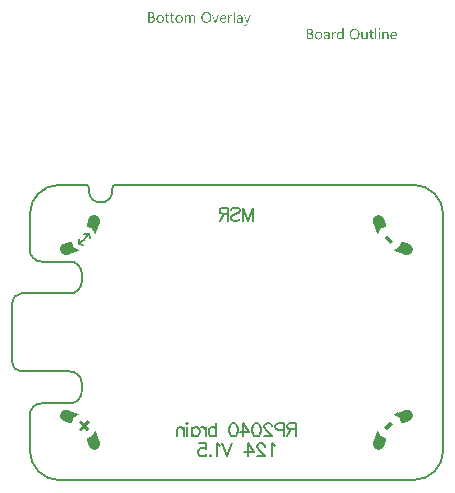
<source format=gbo>
G04*
G04 #@! TF.GenerationSoftware,Altium Limited,Altium Designer,22.10.1 (41)*
G04*
G04 Layer_Color=32896*
%FSAX26Y26*%
%MOIN*%
G70*
G04*
G04 #@! TF.SameCoordinates,707F0866-B51C-4875-9159-03E13B4690FC*
G04*
G04*
G04 #@! TF.FilePolarity,Positive*
G04*
G01*
G75*
%ADD11C,0.007874*%
%ADD12C,0.003937*%
%ADD13C,0.012992*%
%ADD14C,0.039370*%
%ADD18C,0.005118*%
%ADD19C,0.006693*%
G36*
X-00144554Y01058119D02*
X-00144369Y01058119D01*
X-00144152Y01058088D01*
X-00143627Y01057996D01*
X-00143009Y01057841D01*
X-00142298Y01057625D01*
X-00141557Y01057285D01*
X-00140784Y01056883D01*
X-00140383Y01056605D01*
X-00140012Y01056327D01*
X-00139641Y01056018D01*
X-00139270Y01055647D01*
X-00138899Y01055246D01*
X-00138560Y01054813D01*
X-00138250Y01054350D01*
X-00137941Y01053824D01*
X-00137663Y01053268D01*
X-00137416Y01052650D01*
X-00137200Y01052001D01*
X-00136984Y01051290D01*
X-00136860Y01050549D01*
X-00136736Y01049715D01*
X-00136675Y01048849D01*
X-00136644Y01047922D01*
X-00136644Y01032472D01*
X-00140661Y01032472D01*
X-00140661Y01046872D01*
X-00140661Y01046934D01*
X-00140661Y01047057D01*
X-00140661Y01047273D01*
X-00140692Y01047552D01*
X-00140692Y01047891D01*
X-00140722Y01048293D01*
X-00140753Y01048726D01*
X-00140815Y01049189D01*
X-00140970Y01050178D01*
X-00141217Y01051167D01*
X-00141340Y01051661D01*
X-00141526Y01052094D01*
X-00141742Y01052526D01*
X-00141958Y01052897D01*
X-00141958Y01052928D01*
X-00142020Y01052990D01*
X-00142082Y01053083D01*
X-00142206Y01053175D01*
X-00142329Y01053330D01*
X-00142515Y01053484D01*
X-00142731Y01053639D01*
X-00142978Y01053824D01*
X-00143256Y01054010D01*
X-00143565Y01054164D01*
X-00143936Y01054319D01*
X-00144307Y01054473D01*
X-00144739Y01054566D01*
X-00145234Y01054659D01*
X-00145728Y01054720D01*
X-00146285Y01054751D01*
X-00146532Y01054751D01*
X-00146717Y01054720D01*
X-00146933Y01054689D01*
X-00147181Y01054628D01*
X-00147799Y01054473D01*
X-00148138Y01054350D01*
X-00148478Y01054164D01*
X-00148849Y01053979D01*
X-00149189Y01053762D01*
X-00149560Y01053484D01*
X-00149931Y01053175D01*
X-00150302Y01052804D01*
X-00150641Y01052403D01*
X-00150672Y01052372D01*
X-00150703Y01052310D01*
X-00150796Y01052156D01*
X-00150919Y01052001D01*
X-00151043Y01051754D01*
X-00151198Y01051476D01*
X-00151383Y01051167D01*
X-00151537Y01050827D01*
X-00151692Y01050425D01*
X-00151877Y01049993D01*
X-00152032Y01049529D01*
X-00152155Y01049035D01*
X-00152279Y01048509D01*
X-00152341Y01047953D01*
X-00152403Y01047397D01*
X-00152434Y01046779D01*
X-00152434Y01032472D01*
X-00156451Y01032472D01*
X-00156451Y01047366D01*
X-00156451Y01047397D01*
X-00156451Y01047459D01*
X-00156451Y01047552D01*
X-00156451Y01047675D01*
X-00156482Y01047861D01*
X-00156482Y01048046D01*
X-00156543Y01048509D01*
X-00156636Y01049066D01*
X-00156760Y01049715D01*
X-00156914Y01050363D01*
X-00157161Y01051074D01*
X-00157470Y01051754D01*
X-00157841Y01052403D01*
X-00158305Y01053052D01*
X-00158861Y01053608D01*
X-00159510Y01054071D01*
X-00159881Y01054257D01*
X-00160282Y01054442D01*
X-00160715Y01054566D01*
X-00161147Y01054659D01*
X-00161642Y01054720D01*
X-00162167Y01054751D01*
X-00162414Y01054751D01*
X-00162600Y01054720D01*
X-00162847Y01054689D01*
X-00163094Y01054628D01*
X-00163712Y01054473D01*
X-00164052Y01054350D01*
X-00164392Y01054195D01*
X-00164763Y01054041D01*
X-00165133Y01053824D01*
X-00165504Y01053546D01*
X-00165875Y01053268D01*
X-00166215Y01052928D01*
X-00166555Y01052526D01*
X-00166586Y01052495D01*
X-00166617Y01052434D01*
X-00166709Y01052310D01*
X-00166833Y01052125D01*
X-00166957Y01051908D01*
X-00167080Y01051661D01*
X-00167235Y01051352D01*
X-00167389Y01050981D01*
X-00167575Y01050580D01*
X-00167729Y01050147D01*
X-00167853Y01049684D01*
X-00167976Y01049189D01*
X-00168100Y01048633D01*
X-00168193Y01048046D01*
X-00168224Y01047428D01*
X-00168254Y01046779D01*
X-00168254Y01032472D01*
X-00172271Y01032472D01*
X-00172271Y01057563D01*
X-00168254Y01057563D01*
X-00168254Y01053577D01*
X-00168162Y01053577D01*
X-00168131Y01053639D01*
X-00168038Y01053762D01*
X-00167884Y01054010D01*
X-00167667Y01054288D01*
X-00167389Y01054628D01*
X-00167049Y01055029D01*
X-00166648Y01055431D01*
X-00166184Y01055864D01*
X-00165659Y01056296D01*
X-00165072Y01056698D01*
X-00164423Y01057100D01*
X-00163743Y01057439D01*
X-00162970Y01057718D01*
X-00162136Y01057965D01*
X-00161271Y01058088D01*
X-00160344Y01058150D01*
X-00160097Y01058150D01*
X-00159911Y01058119D01*
X-00159695Y01058119D01*
X-00159417Y01058088D01*
X-00159139Y01058027D01*
X-00158830Y01057965D01*
X-00158119Y01057810D01*
X-00157378Y01057532D01*
X-00156636Y01057192D01*
X-00156265Y01056945D01*
X-00155894Y01056698D01*
X-00155863Y01056667D01*
X-00155802Y01056636D01*
X-00155709Y01056543D01*
X-00155585Y01056451D01*
X-00155245Y01056111D01*
X-00154844Y01055709D01*
X-00154411Y01055153D01*
X-00153979Y01054504D01*
X-00153577Y01053762D01*
X-00153268Y01052928D01*
X-00153237Y01052990D01*
X-00153144Y01053144D01*
X-00152959Y01053422D01*
X-00152743Y01053732D01*
X-00152434Y01054133D01*
X-00152094Y01054597D01*
X-00151661Y01055060D01*
X-00151167Y01055555D01*
X-00150611Y01056018D01*
X-00149993Y01056513D01*
X-00149313Y01056945D01*
X-00148571Y01057347D01*
X-00147737Y01057656D01*
X-00146872Y01057934D01*
X-00145914Y01058088D01*
X-00144925Y01058150D01*
X-00144709Y01058150D01*
X-00144554Y01058119D01*
X-00144554Y01058119D02*
G37*
G36*
X-00015948Y01057965D02*
X-00015608Y01057965D01*
X-00015238Y01057903D01*
X-00014836Y01057841D01*
X-00014434Y01057779D01*
X-00014094Y01057656D01*
X-00014094Y01053484D01*
X-00014156Y01053515D01*
X-00014280Y01053608D01*
X-00014527Y01053732D01*
X-00014867Y01053886D01*
X-00015330Y01054041D01*
X-00015825Y01054164D01*
X-00016443Y01054257D01*
X-00017153Y01054288D01*
X-00017401Y01054288D01*
X-00017586Y01054257D01*
X-00017802Y01054226D01*
X-00018049Y01054164D01*
X-00018637Y01053979D01*
X-00018977Y01053855D01*
X-00019316Y01053701D01*
X-00019687Y01053484D01*
X-00020058Y01053268D01*
X-00020398Y01052990D01*
X-00020769Y01052650D01*
X-00021109Y01052279D01*
X-00021448Y01051847D01*
X-00021479Y01051816D01*
X-00021510Y01051723D01*
X-00021603Y01051599D01*
X-00021727Y01051414D01*
X-00021850Y01051167D01*
X-00022005Y01050858D01*
X-00022159Y01050518D01*
X-00022314Y01050116D01*
X-00022468Y01049684D01*
X-00022623Y01049189D01*
X-00022777Y01048633D01*
X-00022901Y01048046D01*
X-00023024Y01047397D01*
X-00023117Y01046717D01*
X-00023148Y01046006D01*
X-00023179Y01045234D01*
X-00023179Y01032472D01*
X-00027196Y01032472D01*
X-00027196Y01057563D01*
X-00023179Y01057563D01*
X-00023179Y01052372D01*
X-00023086Y01052372D01*
X-00023086Y01052403D01*
X-00023055Y01052495D01*
X-00022994Y01052619D01*
X-00022932Y01052804D01*
X-00022839Y01053021D01*
X-00022715Y01053299D01*
X-00022437Y01053886D01*
X-00022067Y01054566D01*
X-00021603Y01055246D01*
X-00021078Y01055895D01*
X-00020460Y01056513D01*
X-00020429Y01056543D01*
X-00020367Y01056574D01*
X-00020274Y01056636D01*
X-00020151Y01056760D01*
X-00019996Y01056852D01*
X-00019780Y01056976D01*
X-00019316Y01057254D01*
X-00018729Y01057532D01*
X-00018049Y01057779D01*
X-00017308Y01057934D01*
X-00016906Y01057965D01*
X-00016505Y01057996D01*
X-00016257Y01057996D01*
X-00015948Y01057965D01*
X-00015948Y01057965D02*
G37*
G36*
X00036365Y01028455D02*
X00036365Y01028424D01*
X00036334Y01028363D01*
X00036273Y01028270D01*
X00036211Y01028115D01*
X00036149Y01027930D01*
X00036056Y01027745D01*
X00035809Y01027250D01*
X00035469Y01026663D01*
X00035099Y01025983D01*
X00034635Y01025303D01*
X00034110Y01024562D01*
X00033523Y01023851D01*
X00032874Y01023140D01*
X00032163Y01022461D01*
X00031390Y01021874D01*
X00030556Y01021379D01*
X00030124Y01021194D01*
X00029660Y01021008D01*
X00029197Y01020854D01*
X00028702Y01020761D01*
X00028208Y01020699D01*
X00027683Y01020668D01*
X00027435Y01020668D01*
X00027126Y01020699D01*
X00026756Y01020699D01*
X00026354Y01020761D01*
X00025921Y01020823D01*
X00025458Y01020885D01*
X00025056Y01021008D01*
X00025056Y01024593D01*
X00025118Y01024562D01*
X00025272Y01024531D01*
X00025520Y01024469D01*
X00025828Y01024377D01*
X00026199Y01024284D01*
X00026601Y01024222D01*
X00027034Y01024191D01*
X00027435Y01024160D01*
X00027559Y01024160D01*
X00027713Y01024191D01*
X00027930Y01024222D01*
X00028177Y01024284D01*
X00028486Y01024346D01*
X00028795Y01024469D01*
X00029166Y01024624D01*
X00029506Y01024809D01*
X00029907Y01025056D01*
X00030278Y01025334D01*
X00030649Y01025674D01*
X00031020Y01026107D01*
X00031390Y01026570D01*
X00031700Y01027127D01*
X00032008Y01027775D01*
X00034017Y01032503D01*
X00024222Y01057563D01*
X00028671Y01057563D01*
X00035469Y01038251D01*
X00035469Y01038220D01*
X00035500Y01038158D01*
X00035531Y01038065D01*
X00035593Y01037880D01*
X00035655Y01037633D01*
X00035717Y01037293D01*
X00035840Y01036860D01*
X00035964Y01036335D01*
X00036118Y01036335D01*
X00036118Y01036366D01*
X00036149Y01036458D01*
X00036180Y01036582D01*
X00036242Y01036798D01*
X00036304Y01037045D01*
X00036365Y01037354D01*
X00036489Y01037756D01*
X00036613Y01038189D01*
X00043751Y01057563D01*
X00047891Y01057563D01*
X00036365Y01028455D01*
X00036365Y01028455D02*
G37*
G36*
X-00067737Y01032472D02*
X-00071692Y01032472D01*
X-00081178Y01057563D01*
X-00076790Y01057563D01*
X-00070394Y01039332D01*
X-00070394Y01039301D01*
X-00070363Y01039239D01*
X-00070332Y01039147D01*
X-00070270Y01038992D01*
X-00070209Y01038807D01*
X-00070147Y01038621D01*
X-00070023Y01038127D01*
X-00069869Y01037602D01*
X-00069714Y01037015D01*
X-00069622Y01036397D01*
X-00069529Y01035810D01*
X-00069436Y01035810D01*
X-00069436Y01035840D01*
X-00069436Y01035902D01*
X-00069405Y01035995D01*
X-00069374Y01036119D01*
X-00069374Y01036304D01*
X-00069313Y01036489D01*
X-00069251Y01036953D01*
X-00069127Y01037478D01*
X-00069004Y01038034D01*
X-00068818Y01038621D01*
X-00068633Y01039208D01*
X-00061989Y01057563D01*
X-00057756Y01057563D01*
X-00067737Y01032472D01*
X-00067737Y01032472D02*
G37*
G36*
X00011893Y01058119D02*
X00012109Y01058119D01*
X00012325Y01058088D01*
X00012603Y01058057D01*
X00012912Y01057996D01*
X00013561Y01057872D01*
X00014334Y01057656D01*
X00015106Y01057378D01*
X00015941Y01056976D01*
X00016775Y01056482D01*
X00017177Y01056204D01*
X00017578Y01055864D01*
X00017949Y01055493D01*
X00018320Y01055122D01*
X00018660Y01054689D01*
X00018969Y01054195D01*
X00019278Y01053701D01*
X00019556Y01053144D01*
X00019772Y01052526D01*
X00019988Y01051878D01*
X00020143Y01051198D01*
X00020267Y01050425D01*
X00020328Y01049653D01*
X00020359Y01048787D01*
X00020359Y01032472D01*
X00016342Y01032472D01*
X00016342Y01036366D01*
X00016250Y01036366D01*
X00016219Y01036304D01*
X00016126Y01036180D01*
X00015971Y01035964D01*
X00015755Y01035655D01*
X00015477Y01035315D01*
X00015137Y01034944D01*
X00014766Y01034543D01*
X00014303Y01034141D01*
X00013777Y01033708D01*
X00013221Y01033307D01*
X00012572Y01032936D01*
X00011893Y01032596D01*
X00011120Y01032287D01*
X00010317Y01032071D01*
X00009451Y01031947D01*
X00008524Y01031885D01*
X00008154Y01031885D01*
X00007907Y01031916D01*
X00007598Y01031947D01*
X00007227Y01031978D01*
X00006825Y01032040D01*
X00006392Y01032132D01*
X00005434Y01032380D01*
X00004971Y01032534D01*
X00004477Y01032719D01*
X00003982Y01032936D01*
X00003519Y01033214D01*
X00003086Y01033523D01*
X00002654Y01033863D01*
X00002623Y01033894D01*
X00002561Y01033956D01*
X00002468Y01034079D01*
X00002314Y01034234D01*
X00002159Y01034419D01*
X00002005Y01034666D01*
X00001788Y01034944D01*
X00001603Y01035253D01*
X00001418Y01035624D01*
X00001232Y01036026D01*
X00001047Y01036458D01*
X00000892Y01036922D01*
X00000738Y01037416D01*
X00000645Y01037942D01*
X00000583Y01038529D01*
X00000552Y01039116D01*
X00000552Y01039147D01*
X00000552Y01039208D01*
X00000552Y01039301D01*
X00000583Y01039425D01*
X00000583Y01039579D01*
X00000614Y01039765D01*
X00000676Y01040228D01*
X00000800Y01040784D01*
X00000985Y01041402D01*
X00001232Y01042082D01*
X00001603Y01042793D01*
X00002035Y01043504D01*
X00002561Y01044214D01*
X00002901Y01044554D01*
X00003241Y01044894D01*
X00003642Y01045234D01*
X00004044Y01045543D01*
X00004508Y01045852D01*
X00005002Y01046130D01*
X00005527Y01046377D01*
X00006114Y01046624D01*
X00006732Y01046841D01*
X00007381Y01047026D01*
X00008092Y01047181D01*
X00008834Y01047304D01*
X00016342Y01048355D01*
X00016342Y01048386D01*
X00016342Y01048417D01*
X00016342Y01048509D01*
X00016342Y01048633D01*
X00016311Y01048942D01*
X00016250Y01049344D01*
X00016188Y01049838D01*
X00016064Y01050394D01*
X00015910Y01050950D01*
X00015693Y01051569D01*
X00015415Y01052156D01*
X00015075Y01052743D01*
X00014674Y01053268D01*
X00014179Y01053762D01*
X00013561Y01054164D01*
X00012881Y01054473D01*
X00012511Y01054597D01*
X00012078Y01054689D01*
X00011645Y01054720D01*
X00011182Y01054751D01*
X00010966Y01054751D01*
X00010749Y01054720D01*
X00010409Y01054689D01*
X00010008Y01054659D01*
X00009544Y01054597D01*
X00009019Y01054504D01*
X00008463Y01054380D01*
X00007845Y01054195D01*
X00007196Y01054010D01*
X00006516Y01053762D01*
X00005805Y01053453D01*
X00005095Y01053083D01*
X00004384Y01052681D01*
X00003673Y01052217D01*
X00002993Y01051661D01*
X00002993Y01055771D01*
X00003024Y01055802D01*
X00003148Y01055864D01*
X00003364Y01055987D01*
X00003642Y01056142D01*
X00004013Y01056327D01*
X00004415Y01056513D01*
X00004909Y01056729D01*
X00005465Y01056976D01*
X00006053Y01057192D01*
X00006701Y01057409D01*
X00007412Y01057594D01*
X00008154Y01057779D01*
X00008957Y01057934D01*
X00009761Y01058057D01*
X00010626Y01058119D01*
X00011522Y01058150D01*
X00011738Y01058150D01*
X00011893Y01058119D01*
X00011893Y01058119D02*
G37*
G36*
X-00005720Y01032472D02*
X-00009737Y01032472D01*
X-00009737Y01069614D01*
X-00005720Y01069614D01*
X-00005720Y01032472D01*
X-00005720Y01032472D02*
G37*
G36*
X-00282553Y01067575D02*
X-00282183Y01067544D01*
X-00281750Y01067482D01*
X-00281256Y01067420D01*
X-00280700Y01067328D01*
X-00280143Y01067204D01*
X-00279556Y01067049D01*
X-00278938Y01066864D01*
X-00278351Y01066648D01*
X-00277733Y01066400D01*
X-00277177Y01066091D01*
X-00276621Y01065752D01*
X-00276095Y01065350D01*
X-00276065Y01065319D01*
X-00275972Y01065257D01*
X-00275848Y01065134D01*
X-00275694Y01064948D01*
X-00275477Y01064732D01*
X-00275261Y01064454D01*
X-00275014Y01064145D01*
X-00274767Y01063805D01*
X-00274519Y01063403D01*
X-00274272Y01062971D01*
X-00274056Y01062476D01*
X-00273840Y01061982D01*
X-00273685Y01061426D01*
X-00273562Y01060839D01*
X-00273469Y01060220D01*
X-00273438Y01059572D01*
X-00273438Y01059541D01*
X-00273438Y01059448D01*
X-00273438Y01059293D01*
X-00273469Y01059077D01*
X-00273500Y01058799D01*
X-00273531Y01058521D01*
X-00273562Y01058181D01*
X-00273623Y01057810D01*
X-00273840Y01056976D01*
X-00274118Y01056111D01*
X-00274303Y01055647D01*
X-00274519Y01055215D01*
X-00274767Y01054782D01*
X-00275045Y01054350D01*
X-00275076Y01054319D01*
X-00275107Y01054257D01*
X-00275199Y01054133D01*
X-00275354Y01053979D01*
X-00275508Y01053824D01*
X-00275694Y01053608D01*
X-00275941Y01053392D01*
X-00276188Y01053144D01*
X-00276497Y01052897D01*
X-00276837Y01052619D01*
X-00277208Y01052372D01*
X-00277610Y01052094D01*
X-00278042Y01051847D01*
X-00278475Y01051630D01*
X-00279494Y01051229D01*
X-00279494Y01051136D01*
X-00279464Y01051136D01*
X-00279340Y01051105D01*
X-00279154Y01051074D01*
X-00278907Y01051043D01*
X-00278598Y01050981D01*
X-00278258Y01050889D01*
X-00277857Y01050765D01*
X-00277455Y01050641D01*
X-00276559Y01050302D01*
X-00276065Y01050085D01*
X-00275601Y01049807D01*
X-00275137Y01049529D01*
X-00274674Y01049220D01*
X-00274211Y01048849D01*
X-00273809Y01048448D01*
X-00273778Y01048417D01*
X-00273716Y01048355D01*
X-00273623Y01048231D01*
X-00273469Y01048046D01*
X-00273314Y01047799D01*
X-00273129Y01047552D01*
X-00272944Y01047212D01*
X-00272727Y01046872D01*
X-00272542Y01046470D01*
X-00272356Y01046006D01*
X-00272171Y01045543D01*
X-00272017Y01045018D01*
X-00271862Y01044431D01*
X-00271769Y01043843D01*
X-00271708Y01043226D01*
X-00271677Y01042546D01*
X-00271677Y01042484D01*
X-00271677Y01042360D01*
X-00271708Y01042113D01*
X-00271738Y01041804D01*
X-00271769Y01041402D01*
X-00271862Y01040970D01*
X-00271955Y01040475D01*
X-00272078Y01039950D01*
X-00272264Y01039363D01*
X-00272480Y01038776D01*
X-00272727Y01038189D01*
X-00273036Y01037571D01*
X-00273407Y01036953D01*
X-00273840Y01036366D01*
X-00274334Y01035810D01*
X-00274921Y01035253D01*
X-00274952Y01035222D01*
X-00275076Y01035130D01*
X-00275261Y01035006D01*
X-00275508Y01034821D01*
X-00275817Y01034604D01*
X-00276219Y01034388D01*
X-00276652Y01034110D01*
X-00277146Y01033863D01*
X-00277733Y01033616D01*
X-00278351Y01033368D01*
X-00279000Y01033121D01*
X-00279742Y01032905D01*
X-00280514Y01032719D01*
X-00281317Y01032596D01*
X-00282183Y01032503D01*
X-00283079Y01032472D01*
X-00293307Y01032472D01*
X-00293307Y01067606D01*
X-00282893Y01067606D01*
X-00282553Y01067575D01*
X-00282553Y01067575D02*
G37*
G36*
X-00213368Y01057563D02*
X-00207034Y01057563D01*
X-00207034Y01054102D01*
X-00213368Y01054102D01*
X-00213368Y01039981D01*
X-00213368Y01039950D01*
X-00213368Y01039857D01*
X-00213368Y01039734D01*
X-00213368Y01039579D01*
X-00213338Y01039363D01*
X-00213307Y01039116D01*
X-00213245Y01038591D01*
X-00213152Y01037973D01*
X-00212998Y01037385D01*
X-00212781Y01036829D01*
X-00212658Y01036582D01*
X-00212503Y01036366D01*
X-00212472Y01036335D01*
X-00212349Y01036211D01*
X-00212132Y01036026D01*
X-00211823Y01035840D01*
X-00211422Y01035624D01*
X-00210927Y01035470D01*
X-00210340Y01035346D01*
X-00209660Y01035284D01*
X-00209413Y01035284D01*
X-00209135Y01035315D01*
X-00208764Y01035377D01*
X-00208363Y01035501D01*
X-00207899Y01035624D01*
X-00207466Y01035840D01*
X-00207034Y01036119D01*
X-00207034Y01032689D01*
X-00207065Y01032689D01*
X-00207096Y01032658D01*
X-00207188Y01032627D01*
X-00207281Y01032565D01*
X-00207621Y01032441D01*
X-00208023Y01032318D01*
X-00208579Y01032194D01*
X-00209228Y01032071D01*
X-00209969Y01031978D01*
X-00210804Y01031947D01*
X-00211082Y01031947D01*
X-00211422Y01032009D01*
X-00211823Y01032071D01*
X-00212318Y01032163D01*
X-00212874Y01032349D01*
X-00213492Y01032565D01*
X-00214079Y01032874D01*
X-00214697Y01033245D01*
X-00215315Y01033739D01*
X-00215871Y01034326D01*
X-00216119Y01034666D01*
X-00216366Y01035037D01*
X-00216582Y01035439D01*
X-00216767Y01035871D01*
X-00216953Y01036335D01*
X-00217107Y01036860D01*
X-00217231Y01037385D01*
X-00217324Y01037973D01*
X-00217355Y01038591D01*
X-00217385Y01039270D01*
X-00217385Y01054102D01*
X-00221680Y01054102D01*
X-00221680Y01057563D01*
X-00217385Y01057563D01*
X-00217385Y01063681D01*
X-00213368Y01064979D01*
X-00213368Y01057563D01*
X-00213368Y01057563D02*
G37*
G36*
X-00230363Y01057563D02*
X-00224029Y01057563D01*
X-00224029Y01054102D01*
X-00230363Y01054102D01*
X-00230363Y01039981D01*
X-00230363Y01039950D01*
X-00230363Y01039857D01*
X-00230363Y01039734D01*
X-00230363Y01039579D01*
X-00230333Y01039363D01*
X-00230302Y01039116D01*
X-00230240Y01038591D01*
X-00230147Y01037973D01*
X-00229993Y01037385D01*
X-00229776Y01036829D01*
X-00229653Y01036582D01*
X-00229498Y01036366D01*
X-00229467Y01036335D01*
X-00229344Y01036211D01*
X-00229127Y01036026D01*
X-00228818Y01035840D01*
X-00228417Y01035624D01*
X-00227922Y01035470D01*
X-00227335Y01035346D01*
X-00226655Y01035284D01*
X-00226408Y01035284D01*
X-00226130Y01035315D01*
X-00225759Y01035377D01*
X-00225358Y01035501D01*
X-00224894Y01035624D01*
X-00224462Y01035840D01*
X-00224029Y01036119D01*
X-00224029Y01032689D01*
X-00224060Y01032689D01*
X-00224091Y01032658D01*
X-00224183Y01032627D01*
X-00224276Y01032565D01*
X-00224616Y01032441D01*
X-00225018Y01032318D01*
X-00225574Y01032194D01*
X-00226223Y01032071D01*
X-00226964Y01031978D01*
X-00227799Y01031947D01*
X-00228077Y01031947D01*
X-00228417Y01032009D01*
X-00228818Y01032071D01*
X-00229313Y01032163D01*
X-00229869Y01032349D01*
X-00230487Y01032565D01*
X-00231074Y01032874D01*
X-00231692Y01033245D01*
X-00232310Y01033739D01*
X-00232866Y01034326D01*
X-00233113Y01034666D01*
X-00233361Y01035037D01*
X-00233577Y01035439D01*
X-00233762Y01035871D01*
X-00233948Y01036335D01*
X-00234102Y01036860D01*
X-00234226Y01037385D01*
X-00234319Y01037973D01*
X-00234350Y01038591D01*
X-00234380Y01039270D01*
X-00234380Y01054102D01*
X-00238675Y01054102D01*
X-00238675Y01057563D01*
X-00234380Y01057563D01*
X-00234380Y01063681D01*
X-00230363Y01064979D01*
X-00230363Y01057563D01*
X-00230363Y01057563D02*
G37*
G36*
X-00043109Y01058119D02*
X-00042770Y01058088D01*
X-00042337Y01058057D01*
X-00041873Y01057996D01*
X-00041348Y01057872D01*
X-00040792Y01057748D01*
X-00040174Y01057594D01*
X-00039556Y01057378D01*
X-00038938Y01057100D01*
X-00038289Y01056791D01*
X-00037671Y01056420D01*
X-00037084Y01055987D01*
X-00036497Y01055493D01*
X-00035971Y01054937D01*
X-00035941Y01054906D01*
X-00035848Y01054782D01*
X-00035724Y01054597D01*
X-00035539Y01054350D01*
X-00035353Y01054041D01*
X-00035106Y01053639D01*
X-00034859Y01053175D01*
X-00034612Y01052650D01*
X-00034365Y01052032D01*
X-00034117Y01051383D01*
X-00033870Y01050641D01*
X-00033685Y01049869D01*
X-00033499Y01049004D01*
X-00033376Y01048108D01*
X-00033283Y01047119D01*
X-00033252Y01046099D01*
X-00033252Y01043998D01*
X-00050989Y01043998D01*
X-00050989Y01043936D01*
X-00050989Y01043813D01*
X-00050958Y01043596D01*
X-00050927Y01043318D01*
X-00050896Y01042947D01*
X-00050834Y01042546D01*
X-00050773Y01042113D01*
X-00050649Y01041619D01*
X-00050371Y01040568D01*
X-00050185Y01040043D01*
X-00049969Y01039487D01*
X-00049722Y01038961D01*
X-00049444Y01038436D01*
X-00049104Y01037973D01*
X-00048733Y01037509D01*
X-00048702Y01037478D01*
X-00048641Y01037416D01*
X-00048517Y01037293D01*
X-00048331Y01037169D01*
X-00048115Y01036984D01*
X-00047837Y01036798D01*
X-00047528Y01036582D01*
X-00047188Y01036397D01*
X-00046786Y01036180D01*
X-00046323Y01035964D01*
X-00045859Y01035779D01*
X-00045303Y01035593D01*
X-00044747Y01035470D01*
X-00044129Y01035346D01*
X-00043480Y01035284D01*
X-00042800Y01035253D01*
X-00042615Y01035253D01*
X-00042399Y01035284D01*
X-00042090Y01035284D01*
X-00041719Y01035346D01*
X-00041286Y01035408D01*
X-00040792Y01035501D01*
X-00040236Y01035593D01*
X-00039649Y01035748D01*
X-00039031Y01035933D01*
X-00038382Y01036149D01*
X-00037733Y01036428D01*
X-00037053Y01036736D01*
X-00036373Y01037107D01*
X-00035693Y01037540D01*
X-00035014Y01038034D01*
X-00035014Y01034264D01*
X-00035044Y01034234D01*
X-00035168Y01034172D01*
X-00035353Y01034048D01*
X-00035601Y01033894D01*
X-00035941Y01033708D01*
X-00036342Y01033523D01*
X-00036806Y01033307D01*
X-00037331Y01033090D01*
X-00037949Y01032843D01*
X-00038598Y01032627D01*
X-00039309Y01032441D01*
X-00040081Y01032256D01*
X-00040916Y01032101D01*
X-00041812Y01031978D01*
X-00042770Y01031916D01*
X-00043758Y01031885D01*
X-00044005Y01031885D01*
X-00044253Y01031916D01*
X-00044624Y01031947D01*
X-00045087Y01031978D01*
X-00045612Y01032071D01*
X-00046169Y01032163D01*
X-00046786Y01032318D01*
X-00047435Y01032503D01*
X-00048115Y01032719D01*
X-00048826Y01032998D01*
X-00049506Y01033307D01*
X-00050216Y01033708D01*
X-00050865Y01034172D01*
X-00051514Y01034697D01*
X-00052101Y01035284D01*
X-00052132Y01035315D01*
X-00052225Y01035439D01*
X-00052379Y01035655D01*
X-00052565Y01035933D01*
X-00052812Y01036273D01*
X-00053059Y01036706D01*
X-00053337Y01037200D01*
X-00053615Y01037787D01*
X-00053894Y01038405D01*
X-00054172Y01039147D01*
X-00054419Y01039919D01*
X-00054666Y01040784D01*
X-00054851Y01041711D01*
X-00055006Y01042700D01*
X-00055099Y01043782D01*
X-00055130Y01044894D01*
X-00055130Y01044925D01*
X-00055130Y01044956D01*
X-00055130Y01045049D01*
X-00055130Y01045141D01*
X-00055099Y01045450D01*
X-00055068Y01045883D01*
X-00055037Y01046377D01*
X-00054944Y01046934D01*
X-00054851Y01047582D01*
X-00054728Y01048293D01*
X-00054542Y01049035D01*
X-00054326Y01049807D01*
X-00054048Y01050611D01*
X-00053739Y01051414D01*
X-00053368Y01052187D01*
X-00052905Y01052990D01*
X-00052410Y01053732D01*
X-00051823Y01054442D01*
X-00051792Y01054473D01*
X-00051669Y01054597D01*
X-00051483Y01054782D01*
X-00051236Y01055029D01*
X-00050896Y01055307D01*
X-00050495Y01055616D01*
X-00050062Y01055956D01*
X-00049537Y01056296D01*
X-00048980Y01056636D01*
X-00048331Y01056976D01*
X-00047652Y01057285D01*
X-00046941Y01057563D01*
X-00046169Y01057810D01*
X-00045334Y01057996D01*
X-00044469Y01058119D01*
X-00043573Y01058150D01*
X-00043357Y01058150D01*
X-00043109Y01058119D01*
X-00043109Y01058119D02*
G37*
G36*
X-00099502Y01068162D02*
X-00099286Y01068162D01*
X-00099069Y01068131D01*
X-00098791Y01068131D01*
X-00098173Y01068038D01*
X-00097463Y01067946D01*
X-00096659Y01067791D01*
X-00095794Y01067575D01*
X-00094898Y01067328D01*
X-00093940Y01066988D01*
X-00092982Y01066586D01*
X-00091993Y01066122D01*
X-00091004Y01065566D01*
X-00090077Y01064917D01*
X-00089150Y01064145D01*
X-00088285Y01063280D01*
X-00088223Y01063218D01*
X-00088100Y01063063D01*
X-00087883Y01062785D01*
X-00087575Y01062383D01*
X-00087266Y01061889D01*
X-00086864Y01061302D01*
X-00086462Y01060622D01*
X-00086060Y01059850D01*
X-00085659Y01058954D01*
X-00085257Y01057996D01*
X-00084855Y01056945D01*
X-00084515Y01055802D01*
X-00084237Y01054566D01*
X-00084021Y01053268D01*
X-00083897Y01051908D01*
X-00083836Y01050456D01*
X-00083836Y01050425D01*
X-00083836Y01050363D01*
X-00083836Y01050240D01*
X-00083836Y01050085D01*
X-00083867Y01049869D01*
X-00083867Y01049622D01*
X-00083897Y01049344D01*
X-00083897Y01049035D01*
X-00083928Y01048695D01*
X-00083959Y01048324D01*
X-00084083Y01047490D01*
X-00084206Y01046532D01*
X-00084392Y01045543D01*
X-00084639Y01044461D01*
X-00084948Y01043349D01*
X-00085319Y01042237D01*
X-00085751Y01041093D01*
X-00086277Y01039981D01*
X-00086895Y01038869D01*
X-00087605Y01037849D01*
X-00088409Y01036860D01*
X-00088471Y01036798D01*
X-00088625Y01036644D01*
X-00088872Y01036397D01*
X-00089243Y01036088D01*
X-00089707Y01035717D01*
X-00090263Y01035284D01*
X-00090881Y01034852D01*
X-00091622Y01034388D01*
X-00092457Y01033925D01*
X-00093384Y01033461D01*
X-00094373Y01033028D01*
X-00095454Y01032658D01*
X-00096628Y01032349D01*
X-00097864Y01032101D01*
X-00099193Y01031947D01*
X-00100583Y01031885D01*
X-00100923Y01031885D01*
X-00101078Y01031916D01*
X-00101294Y01031916D01*
X-00101541Y01031947D01*
X-00101819Y01031978D01*
X-00102468Y01032040D01*
X-00103179Y01032132D01*
X-00104013Y01032287D01*
X-00104879Y01032503D01*
X-00105836Y01032750D01*
X-00106794Y01033090D01*
X-00107783Y01033492D01*
X-00108803Y01033956D01*
X-00109792Y01034512D01*
X-00110749Y01035191D01*
X-00111707Y01035933D01*
X-00112573Y01036798D01*
X-00112634Y01036860D01*
X-00112758Y01037015D01*
X-00112974Y01037293D01*
X-00113283Y01037694D01*
X-00113623Y01038189D01*
X-00113994Y01038776D01*
X-00114396Y01039456D01*
X-00114797Y01040259D01*
X-00115230Y01041124D01*
X-00115632Y01042082D01*
X-00116002Y01043133D01*
X-00116342Y01044276D01*
X-00116651Y01045512D01*
X-00116868Y01046810D01*
X-00116991Y01048169D01*
X-00117053Y01049622D01*
X-00117053Y01049653D01*
X-00117053Y01049715D01*
X-00117053Y01049838D01*
X-00117053Y01049993D01*
X-00117022Y01050209D01*
X-00117022Y01050425D01*
X-00116991Y01050703D01*
X-00116991Y01051012D01*
X-00116960Y01051352D01*
X-00116899Y01051754D01*
X-00116806Y01052557D01*
X-00116682Y01053484D01*
X-00116466Y01054473D01*
X-00116250Y01055555D01*
X-00115941Y01056636D01*
X-00115570Y01057748D01*
X-00115137Y01058892D01*
X-00114612Y01060004D01*
X-00113994Y01061086D01*
X-00113283Y01062136D01*
X-00112480Y01063125D01*
X-00112418Y01063187D01*
X-00112264Y01063341D01*
X-00112016Y01063589D01*
X-00111646Y01063928D01*
X-00111182Y01064299D01*
X-00110595Y01064732D01*
X-00109946Y01065195D01*
X-00109204Y01065659D01*
X-00108339Y01066122D01*
X-00107412Y01066586D01*
X-00106393Y01067018D01*
X-00105280Y01067389D01*
X-00104075Y01067729D01*
X-00102808Y01067976D01*
X-00101449Y01068131D01*
X-00099996Y01068193D01*
X-00099687Y01068193D01*
X-00099502Y01068162D01*
X-00099502Y01068162D02*
G37*
G36*
X-00190070Y01058119D02*
X-00189668Y01058088D01*
X-00189205Y01058057D01*
X-00188648Y01057965D01*
X-00188061Y01057872D01*
X-00187412Y01057718D01*
X-00186702Y01057532D01*
X-00185991Y01057316D01*
X-00185280Y01057038D01*
X-00184539Y01056698D01*
X-00183828Y01056296D01*
X-00183117Y01055833D01*
X-00182468Y01055307D01*
X-00181850Y01054689D01*
X-00181820Y01054659D01*
X-00181727Y01054535D01*
X-00181572Y01054319D01*
X-00181356Y01054041D01*
X-00181109Y01053701D01*
X-00180862Y01053268D01*
X-00180553Y01052774D01*
X-00180274Y01052187D01*
X-00179965Y01051538D01*
X-00179687Y01050827D01*
X-00179440Y01050054D01*
X-00179193Y01049189D01*
X-00178977Y01048262D01*
X-00178822Y01047273D01*
X-00178730Y01046223D01*
X-00178699Y01045110D01*
X-00178699Y01045080D01*
X-00178699Y01045049D01*
X-00178699Y01044956D01*
X-00178699Y01044832D01*
X-00178730Y01044523D01*
X-00178760Y01044122D01*
X-00178791Y01043596D01*
X-00178884Y01043009D01*
X-00178977Y01042360D01*
X-00179131Y01041650D01*
X-00179317Y01040908D01*
X-00179533Y01040105D01*
X-00179811Y01039301D01*
X-00180120Y01038498D01*
X-00180522Y01037694D01*
X-00180985Y01036922D01*
X-00181511Y01036180D01*
X-00182098Y01035470D01*
X-00182129Y01035439D01*
X-00182252Y01035315D01*
X-00182438Y01035130D01*
X-00182716Y01034913D01*
X-00183055Y01034635D01*
X-00183457Y01034326D01*
X-00183952Y01034017D01*
X-00184508Y01033677D01*
X-00185126Y01033338D01*
X-00185806Y01033028D01*
X-00186547Y01032719D01*
X-00187351Y01032441D01*
X-00188247Y01032225D01*
X-00189174Y01032040D01*
X-00190132Y01031916D01*
X-00191182Y01031885D01*
X-00191429Y01031885D01*
X-00191708Y01031916D01*
X-00192109Y01031947D01*
X-00192573Y01031978D01*
X-00193129Y01032071D01*
X-00193716Y01032163D01*
X-00194365Y01032318D01*
X-00195076Y01032503D01*
X-00195786Y01032750D01*
X-00196528Y01033028D01*
X-00197269Y01033368D01*
X-00198011Y01033770D01*
X-00198753Y01034234D01*
X-00199433Y01034759D01*
X-00200081Y01035377D01*
X-00200112Y01035408D01*
X-00200236Y01035531D01*
X-00200390Y01035748D01*
X-00200607Y01036026D01*
X-00200854Y01036366D01*
X-00201132Y01036798D01*
X-00201410Y01037293D01*
X-00201719Y01037880D01*
X-00202028Y01038498D01*
X-00202337Y01039208D01*
X-00202615Y01039981D01*
X-00202862Y01040815D01*
X-00203079Y01041680D01*
X-00203233Y01042638D01*
X-00203357Y01043658D01*
X-00203388Y01044709D01*
X-00203388Y01044740D01*
X-00203388Y01044771D01*
X-00203388Y01044863D01*
X-00203388Y01044987D01*
X-00203357Y01045327D01*
X-00203326Y01045759D01*
X-00203295Y01046285D01*
X-00203202Y01046903D01*
X-00203110Y01047582D01*
X-00202955Y01048324D01*
X-00202770Y01049097D01*
X-00202553Y01049900D01*
X-00202275Y01050734D01*
X-00201935Y01051569D01*
X-00201534Y01052372D01*
X-00201101Y01053144D01*
X-00200576Y01053886D01*
X-00199958Y01054597D01*
X-00199927Y01054628D01*
X-00199803Y01054751D01*
X-00199587Y01054937D01*
X-00199309Y01055153D01*
X-00198969Y01055431D01*
X-00198536Y01055709D01*
X-00198042Y01056049D01*
X-00197486Y01056389D01*
X-00196868Y01056698D01*
X-00196157Y01057038D01*
X-00195385Y01057316D01*
X-00194550Y01057594D01*
X-00193654Y01057810D01*
X-00192696Y01057996D01*
X-00191677Y01058119D01*
X-00190595Y01058150D01*
X-00190348Y01058150D01*
X-00190070Y01058119D01*
X-00190070Y01058119D02*
G37*
G36*
X-00253477Y01058119D02*
X-00253075Y01058088D01*
X-00252611Y01058057D01*
X-00252055Y01057965D01*
X-00251468Y01057872D01*
X-00250819Y01057718D01*
X-00250108Y01057532D01*
X-00249398Y01057316D01*
X-00248687Y01057038D01*
X-00247946Y01056698D01*
X-00247235Y01056296D01*
X-00246524Y01055833D01*
X-00245875Y01055307D01*
X-00245257Y01054689D01*
X-00245226Y01054659D01*
X-00245134Y01054535D01*
X-00244979Y01054319D01*
X-00244763Y01054041D01*
X-00244516Y01053701D01*
X-00244268Y01053268D01*
X-00243959Y01052774D01*
X-00243681Y01052187D01*
X-00243372Y01051538D01*
X-00243094Y01050827D01*
X-00242847Y01050054D01*
X-00242600Y01049189D01*
X-00242383Y01048262D01*
X-00242229Y01047273D01*
X-00242136Y01046223D01*
X-00242105Y01045110D01*
X-00242105Y01045080D01*
X-00242105Y01045049D01*
X-00242105Y01044956D01*
X-00242105Y01044832D01*
X-00242136Y01044523D01*
X-00242167Y01044122D01*
X-00242198Y01043596D01*
X-00242291Y01043009D01*
X-00242383Y01042360D01*
X-00242538Y01041650D01*
X-00242723Y01040908D01*
X-00242940Y01040105D01*
X-00243218Y01039301D01*
X-00243527Y01038498D01*
X-00243929Y01037694D01*
X-00244392Y01036922D01*
X-00244917Y01036180D01*
X-00245504Y01035470D01*
X-00245535Y01035439D01*
X-00245659Y01035315D01*
X-00245844Y01035130D01*
X-00246122Y01034913D01*
X-00246462Y01034635D01*
X-00246864Y01034326D01*
X-00247358Y01034017D01*
X-00247915Y01033677D01*
X-00248533Y01033338D01*
X-00249212Y01033028D01*
X-00249954Y01032719D01*
X-00250757Y01032441D01*
X-00251654Y01032225D01*
X-00252581Y01032040D01*
X-00253538Y01031916D01*
X-00254589Y01031885D01*
X-00254836Y01031885D01*
X-00255114Y01031916D01*
X-00255516Y01031947D01*
X-00255980Y01031978D01*
X-00256536Y01032071D01*
X-00257123Y01032163D01*
X-00257772Y01032318D01*
X-00258482Y01032503D01*
X-00259193Y01032750D01*
X-00259935Y01033028D01*
X-00260676Y01033368D01*
X-00261418Y01033770D01*
X-00262159Y01034234D01*
X-00262839Y01034759D01*
X-00263488Y01035377D01*
X-00263519Y01035408D01*
X-00263643Y01035531D01*
X-00263797Y01035748D01*
X-00264014Y01036026D01*
X-00264261Y01036366D01*
X-00264539Y01036798D01*
X-00264817Y01037293D01*
X-00265126Y01037880D01*
X-00265435Y01038498D01*
X-00265744Y01039208D01*
X-00266022Y01039981D01*
X-00266269Y01040815D01*
X-00266486Y01041680D01*
X-00266640Y01042638D01*
X-00266764Y01043658D01*
X-00266795Y01044709D01*
X-00266795Y01044740D01*
X-00266795Y01044771D01*
X-00266795Y01044863D01*
X-00266795Y01044987D01*
X-00266764Y01045327D01*
X-00266733Y01045759D01*
X-00266702Y01046285D01*
X-00266609Y01046903D01*
X-00266516Y01047582D01*
X-00266362Y01048324D01*
X-00266176Y01049097D01*
X-00265960Y01049900D01*
X-00265682Y01050734D01*
X-00265342Y01051569D01*
X-00264940Y01052372D01*
X-00264508Y01053144D01*
X-00263983Y01053886D01*
X-00263365Y01054597D01*
X-00263334Y01054628D01*
X-00263210Y01054751D01*
X-00262994Y01054937D01*
X-00262716Y01055153D01*
X-00262376Y01055431D01*
X-00261943Y01055709D01*
X-00261449Y01056049D01*
X-00260893Y01056389D01*
X-00260275Y01056698D01*
X-00259564Y01057038D01*
X-00258791Y01057316D01*
X-00257957Y01057594D01*
X-00257061Y01057810D01*
X-00256103Y01057996D01*
X-00255083Y01058119D01*
X-00254002Y01058150D01*
X-00253755Y01058150D01*
X-00253477Y01058119D01*
X-00253477Y01058119D02*
G37*
G36*
X00476936Y01013612D02*
X00477214Y01013550D01*
X00477493Y01013457D01*
X00477802Y01013303D01*
X00478111Y01013117D01*
X00478420Y01012870D01*
X00478450Y01012839D01*
X00478543Y01012747D01*
X00478667Y01012592D01*
X00478821Y01012376D01*
X00478945Y01012098D01*
X00479068Y01011789D01*
X00479161Y01011418D01*
X00479192Y01011016D01*
X00479192Y01010954D01*
X00479192Y01010831D01*
X00479161Y01010645D01*
X00479099Y01010367D01*
X00479007Y01010089D01*
X00478852Y01009780D01*
X00478667Y01009471D01*
X00478420Y01009162D01*
X00478389Y01009131D01*
X00478296Y01009039D01*
X00478111Y01008915D01*
X00477894Y01008791D01*
X00477616Y01008668D01*
X00477307Y01008544D01*
X00476967Y01008452D01*
X00476566Y01008421D01*
X00476380Y01008421D01*
X00476195Y01008452D01*
X00475917Y01008513D01*
X00475639Y01008606D01*
X00475330Y01008730D01*
X00475021Y01008884D01*
X00474712Y01009131D01*
X00474681Y01009162D01*
X00474588Y01009255D01*
X00474464Y01009440D01*
X00474341Y01009657D01*
X00474217Y01009904D01*
X00474094Y01010244D01*
X00474001Y01010615D01*
X00473970Y01011016D01*
X00473970Y01011078D01*
X00473970Y01011202D01*
X00474001Y01011418D01*
X00474063Y01011665D01*
X00474155Y01011974D01*
X00474279Y01012283D01*
X00474464Y01012592D01*
X00474712Y01012870D01*
X00474743Y01012901D01*
X00474835Y01012994D01*
X00475021Y01013117D01*
X00475237Y01013272D01*
X00475515Y01013395D01*
X00475824Y01013519D01*
X00476164Y01013612D01*
X00476566Y01013643D01*
X00476751Y01013643D01*
X00476936Y01013612D01*
X00476936Y01013612D02*
G37*
G36*
X00357261Y00976964D02*
X00353244Y00976964D01*
X00353244Y00981198D01*
X00353151Y00981198D01*
X00353120Y00981136D01*
X00353027Y00980981D01*
X00352842Y00980765D01*
X00352626Y00980456D01*
X00352317Y00980085D01*
X00351977Y00979684D01*
X00351544Y00979251D01*
X00351019Y00978788D01*
X00350463Y00978324D01*
X00349814Y00977891D01*
X00349103Y00977490D01*
X00348331Y00977119D01*
X00347496Y00976810D01*
X00346569Y00976594D01*
X00345580Y00976439D01*
X00344530Y00976377D01*
X00344314Y00976377D01*
X00344066Y00976408D01*
X00343757Y00976439D01*
X00343356Y00976470D01*
X00342892Y00976563D01*
X00342367Y00976655D01*
X00341811Y00976810D01*
X00341224Y00976964D01*
X00340606Y00977212D01*
X00339988Y00977459D01*
X00339339Y00977799D01*
X00338721Y00978169D01*
X00338103Y00978633D01*
X00337516Y00979158D01*
X00336959Y00979745D01*
X00336928Y00979776D01*
X00336836Y00979900D01*
X00336712Y00980085D01*
X00336527Y00980363D01*
X00336310Y00980703D01*
X00336063Y00981105D01*
X00335816Y00981599D01*
X00335569Y00982156D01*
X00335291Y00982774D01*
X00335044Y00983453D01*
X00334796Y00984226D01*
X00334580Y00985029D01*
X00334395Y00985894D01*
X00334271Y00986852D01*
X00334178Y00987841D01*
X00334147Y00988892D01*
X00334147Y00988923D01*
X00334147Y00988954D01*
X00334147Y00989046D01*
X00334147Y00989170D01*
X00334178Y00989479D01*
X00334209Y00989912D01*
X00334240Y00990468D01*
X00334302Y00991055D01*
X00334395Y00991735D01*
X00334549Y00992476D01*
X00334704Y00993249D01*
X00334920Y00994083D01*
X00335167Y00994886D01*
X00335476Y00995752D01*
X00335816Y00996555D01*
X00336249Y00997358D01*
X00336712Y00998131D01*
X00337268Y00998872D01*
X00337299Y00998903D01*
X00337423Y00999027D01*
X00337608Y00999212D01*
X00337856Y00999460D01*
X00338164Y00999738D01*
X00338535Y01000078D01*
X00338999Y01000418D01*
X00339493Y01000757D01*
X00340080Y01001097D01*
X00340698Y01001437D01*
X00341378Y01001777D01*
X00342120Y01002055D01*
X00342923Y01002302D01*
X00343788Y01002488D01*
X00344684Y01002611D01*
X00345642Y01002642D01*
X00345859Y01002642D01*
X00346137Y01002611D01*
X00346477Y01002581D01*
X00346909Y01002519D01*
X00347404Y01002426D01*
X00347929Y01002302D01*
X00348516Y01002148D01*
X00349134Y01001932D01*
X00349752Y01001654D01*
X00350370Y01001314D01*
X00350988Y01000912D01*
X00351575Y01000448D01*
X00352162Y00999923D01*
X00352688Y00999274D01*
X00353151Y00998563D01*
X00353244Y00998563D01*
X00353244Y01014106D01*
X00357261Y01014106D01*
X00357261Y00976964D01*
X00357261Y00976964D02*
G37*
G36*
X00499401Y01002611D02*
X00499679Y01002611D01*
X00500019Y01002550D01*
X00500420Y01002488D01*
X00500853Y01002426D01*
X00501317Y01002302D01*
X00501811Y01002179D01*
X00502336Y01001993D01*
X00502861Y01001777D01*
X00503387Y01001499D01*
X00503881Y01001190D01*
X00504376Y01000850D01*
X00504839Y01000418D01*
X00505272Y00999954D01*
X00505303Y00999923D01*
X00505364Y00999830D01*
X00505488Y00999676D01*
X00505612Y00999460D01*
X00505766Y00999182D01*
X00505952Y00998842D01*
X00506168Y00998440D01*
X00506384Y00998007D01*
X00506570Y00997482D01*
X00506786Y00996926D01*
X00506971Y00996277D01*
X00507126Y00995597D01*
X00507249Y00994856D01*
X00507373Y00994052D01*
X00507435Y00993218D01*
X00507466Y00992291D01*
X00507466Y00976964D01*
X00503449Y00976964D01*
X00503449Y00991271D01*
X00503449Y00991302D01*
X00503449Y00991364D01*
X00503449Y00991457D01*
X00503449Y00991611D01*
X00503418Y00991796D01*
X00503418Y00992013D01*
X00503356Y00992507D01*
X00503263Y00993125D01*
X00503140Y00993805D01*
X00502954Y00994516D01*
X00502707Y00995257D01*
X00502398Y00995999D01*
X00502027Y00996710D01*
X00501564Y00997389D01*
X00500977Y00998007D01*
X00500328Y00998502D01*
X00499957Y00998718D01*
X00499524Y00998903D01*
X00499092Y00999058D01*
X00498628Y00999151D01*
X00498134Y00999212D01*
X00497608Y00999243D01*
X00497330Y00999243D01*
X00497114Y00999212D01*
X00496867Y00999182D01*
X00496558Y00999120D01*
X00496218Y00999058D01*
X00495878Y00998965D01*
X00495476Y00998842D01*
X00495075Y00998687D01*
X00494673Y00998502D01*
X00494240Y00998285D01*
X00493839Y00998007D01*
X00493406Y00997698D01*
X00493004Y00997358D01*
X00492634Y00996957D01*
X00492603Y00996926D01*
X00492541Y00996864D01*
X00492448Y00996740D01*
X00492325Y00996555D01*
X00492170Y00996339D01*
X00492016Y00996061D01*
X00491830Y00995752D01*
X00491645Y00995412D01*
X00491459Y00995010D01*
X00491274Y00994577D01*
X00491120Y00994114D01*
X00490965Y00993620D01*
X00490841Y00993063D01*
X00490749Y00992507D01*
X00490687Y00991889D01*
X00490656Y00991271D01*
X00490656Y00976964D01*
X00486639Y00976964D01*
X00486639Y01002055D01*
X00490656Y01002055D01*
X00490656Y00997884D01*
X00490749Y00997884D01*
X00490780Y00997946D01*
X00490872Y00998100D01*
X00491058Y00998316D01*
X00491274Y00998625D01*
X00491583Y00998996D01*
X00491923Y00999398D01*
X00492356Y00999830D01*
X00492850Y01000263D01*
X00493406Y01000696D01*
X00494024Y01001128D01*
X00494704Y01001530D01*
X00495415Y01001901D01*
X00496218Y01002210D01*
X00497083Y01002426D01*
X00498010Y01002581D01*
X00498999Y01002642D01*
X00499184Y01002642D01*
X00499401Y01002611D01*
X00499401Y01002611D02*
G37*
G36*
X00329636Y01002457D02*
X00329976Y01002457D01*
X00330347Y01002395D01*
X00330748Y01002333D01*
X00331150Y01002271D01*
X00331490Y01002148D01*
X00331490Y00997976D01*
X00331428Y00998007D01*
X00331305Y00998100D01*
X00331058Y00998224D01*
X00330718Y00998378D01*
X00330254Y00998533D01*
X00329760Y00998656D01*
X00329142Y00998749D01*
X00328431Y00998780D01*
X00328184Y00998780D01*
X00327998Y00998749D01*
X00327782Y00998718D01*
X00327535Y00998656D01*
X00326948Y00998471D01*
X00326608Y00998347D01*
X00326268Y00998193D01*
X00325897Y00997976D01*
X00325526Y00997760D01*
X00325187Y00997482D01*
X00324816Y00997142D01*
X00324476Y00996771D01*
X00324136Y00996339D01*
X00324105Y00996308D01*
X00324074Y00996215D01*
X00323981Y00996091D01*
X00323858Y00995906D01*
X00323734Y00995659D01*
X00323580Y00995350D01*
X00323425Y00995010D01*
X00323271Y00994608D01*
X00323116Y00994176D01*
X00322962Y00993681D01*
X00322807Y00993125D01*
X00322684Y00992538D01*
X00322560Y00991889D01*
X00322467Y00991209D01*
X00322436Y00990499D01*
X00322406Y00989726D01*
X00322406Y00976964D01*
X00318389Y00976964D01*
X00318389Y01002055D01*
X00322406Y01002055D01*
X00322406Y00996864D01*
X00322498Y00996864D01*
X00322498Y00996895D01*
X00322529Y00996988D01*
X00322591Y00997111D01*
X00322653Y00997297D01*
X00322745Y00997513D01*
X00322869Y00997791D01*
X00323147Y00998378D01*
X00323518Y00999058D01*
X00323981Y00999738D01*
X00324507Y01000387D01*
X00325125Y01001005D01*
X00325156Y01001035D01*
X00325217Y01001066D01*
X00325310Y01001128D01*
X00325434Y01001252D01*
X00325588Y01001345D01*
X00325805Y01001468D01*
X00326268Y01001746D01*
X00326855Y01002024D01*
X00327535Y01002271D01*
X00328276Y01002426D01*
X00328678Y01002457D01*
X00329080Y01002488D01*
X00329327Y01002488D01*
X00329636Y01002457D01*
X00329636Y01002457D02*
G37*
G36*
X00437261Y00976964D02*
X00433244Y00976964D01*
X00433244Y00980920D01*
X00433151Y00980920D01*
X00433120Y00980858D01*
X00433027Y00980734D01*
X00432873Y00980487D01*
X00432688Y00980209D01*
X00432409Y00979869D01*
X00432070Y00979498D01*
X00431699Y00979066D01*
X00431235Y00978664D01*
X00430741Y00978231D01*
X00430154Y00977830D01*
X00429536Y00977428D01*
X00428825Y00977088D01*
X00428053Y00976810D01*
X00427249Y00976563D01*
X00426353Y00976439D01*
X00425395Y00976377D01*
X00425179Y00976377D01*
X00425024Y00976408D01*
X00424808Y00976408D01*
X00424561Y00976439D01*
X00424283Y00976501D01*
X00424005Y00976532D01*
X00423325Y00976717D01*
X00422552Y00976933D01*
X00421749Y00977273D01*
X00421347Y00977490D01*
X00420915Y00977706D01*
X00420482Y00977984D01*
X00420080Y00978262D01*
X00419679Y00978602D01*
X00419277Y00978973D01*
X00418875Y00979405D01*
X00418505Y00979838D01*
X00418165Y00980332D01*
X00417825Y00980889D01*
X00417547Y00981476D01*
X00417269Y00982094D01*
X00417021Y00982774D01*
X00416805Y00983515D01*
X00416651Y00984319D01*
X00416527Y00985153D01*
X00416465Y00986080D01*
X00416434Y00987038D01*
X00416434Y01002055D01*
X00420420Y01002055D01*
X00420420Y00987687D01*
X00420420Y00987656D01*
X00420420Y00987594D01*
X00420420Y00987501D01*
X00420420Y00987347D01*
X00420451Y00987161D01*
X00420451Y00986945D01*
X00420513Y00986451D01*
X00420606Y00985833D01*
X00420729Y00985184D01*
X00420946Y00984442D01*
X00421193Y00983731D01*
X00421502Y00982990D01*
X00421904Y00982248D01*
X00422398Y00981599D01*
X00422985Y00980981D01*
X00423696Y00980487D01*
X00424067Y00980271D01*
X00424499Y00980085D01*
X00424963Y00979931D01*
X00425426Y00979838D01*
X00425951Y00979776D01*
X00426508Y00979745D01*
X00426786Y00979745D01*
X00427002Y00979776D01*
X00427249Y00979807D01*
X00427527Y00979869D01*
X00427867Y00979931D01*
X00428207Y00980024D01*
X00428578Y00980116D01*
X00428980Y00980271D01*
X00429381Y00980456D01*
X00429783Y00980672D01*
X00430185Y00980920D01*
X00430586Y00981198D01*
X00430957Y00981538D01*
X00431328Y00981908D01*
X00431359Y00981939D01*
X00431421Y00982001D01*
X00431513Y00982125D01*
X00431637Y00982310D01*
X00431761Y00982526D01*
X00431946Y00982774D01*
X00432101Y00983083D01*
X00432286Y00983423D01*
X00432471Y00983824D01*
X00432626Y00984257D01*
X00432811Y00984720D01*
X00432935Y00985215D01*
X00433058Y00985771D01*
X00433151Y00986327D01*
X00433213Y00986945D01*
X00433244Y00987594D01*
X00433244Y01002055D01*
X00437261Y01002055D01*
X00437261Y00976964D01*
X00437261Y00976964D02*
G37*
G36*
X00478512Y00976964D02*
X00474495Y00976964D01*
X00474495Y01002055D01*
X00478512Y01002055D01*
X00478512Y00976964D01*
X00478512Y00976964D02*
G37*
G36*
X00466369Y00976964D02*
X00462352Y00976964D01*
X00462352Y01014106D01*
X00466369Y01014106D01*
X00466369Y00976964D01*
X00466369Y00976964D02*
G37*
G36*
X00302351Y01002611D02*
X00302568Y01002611D01*
X00302784Y01002581D01*
X00303062Y01002550D01*
X00303371Y01002488D01*
X00304020Y01002364D01*
X00304793Y01002148D01*
X00305565Y01001870D01*
X00306399Y01001468D01*
X00307234Y01000974D01*
X00307635Y01000696D01*
X00308037Y01000356D01*
X00308408Y00999985D01*
X00308779Y00999614D01*
X00309118Y00999182D01*
X00309428Y00998687D01*
X00309736Y00998193D01*
X00310015Y00997636D01*
X00310231Y00997019D01*
X00310447Y00996370D01*
X00310602Y00995690D01*
X00310725Y00994917D01*
X00310787Y00994145D01*
X00310818Y00993280D01*
X00310818Y00976964D01*
X00306801Y00976964D01*
X00306801Y00980858D01*
X00306708Y00980858D01*
X00306677Y00980796D01*
X00306585Y00980672D01*
X00306430Y00980456D01*
X00306214Y00980147D01*
X00305936Y00979807D01*
X00305596Y00979436D01*
X00305225Y00979035D01*
X00304762Y00978633D01*
X00304236Y00978200D01*
X00303680Y00977799D01*
X00303031Y00977428D01*
X00302351Y00977088D01*
X00301579Y00976779D01*
X00300776Y00976563D01*
X00299910Y00976439D01*
X00298983Y00976377D01*
X00298613Y00976377D01*
X00298365Y00976408D01*
X00298056Y00976439D01*
X00297685Y00976470D01*
X00297284Y00976532D01*
X00296851Y00976625D01*
X00295893Y00976872D01*
X00295430Y00977026D01*
X00294935Y00977212D01*
X00294441Y00977428D01*
X00293978Y00977706D01*
X00293545Y00978015D01*
X00293112Y00978355D01*
X00293081Y00978386D01*
X00293020Y00978448D01*
X00292927Y00978571D01*
X00292772Y00978726D01*
X00292618Y00978911D01*
X00292463Y00979158D01*
X00292247Y00979436D01*
X00292062Y00979745D01*
X00291876Y00980116D01*
X00291691Y00980518D01*
X00291505Y00980951D01*
X00291351Y00981414D01*
X00291197Y00981908D01*
X00291104Y00982434D01*
X00291042Y00983021D01*
X00291011Y00983608D01*
X00291011Y00983639D01*
X00291011Y00983701D01*
X00291011Y00983793D01*
X00291042Y00983917D01*
X00291042Y00984071D01*
X00291073Y00984257D01*
X00291135Y00984720D01*
X00291258Y00985277D01*
X00291444Y00985894D01*
X00291691Y00986574D01*
X00292062Y00987285D01*
X00292494Y00987996D01*
X00293020Y00988706D01*
X00293360Y00989046D01*
X00293699Y00989386D01*
X00294101Y00989726D01*
X00294503Y00990035D01*
X00294966Y00990344D01*
X00295461Y00990622D01*
X00295986Y00990869D01*
X00296573Y00991117D01*
X00297191Y00991333D01*
X00297840Y00991518D01*
X00298551Y00991673D01*
X00299292Y00991796D01*
X00306801Y00992847D01*
X00306801Y00992878D01*
X00306801Y00992909D01*
X00306801Y00993001D01*
X00306801Y00993125D01*
X00306770Y00993434D01*
X00306708Y00993836D01*
X00306647Y00994330D01*
X00306523Y00994886D01*
X00306368Y00995443D01*
X00306152Y00996061D01*
X00305874Y00996648D01*
X00305534Y00997235D01*
X00305132Y00997760D01*
X00304638Y00998255D01*
X00304020Y00998656D01*
X00303340Y00998965D01*
X00302969Y00999089D01*
X00302537Y00999182D01*
X00302104Y00999212D01*
X00301641Y00999243D01*
X00301424Y00999243D01*
X00301208Y00999212D01*
X00300868Y00999182D01*
X00300466Y00999151D01*
X00300003Y00999089D01*
X00299478Y00998996D01*
X00298921Y00998872D01*
X00298303Y00998687D01*
X00297655Y00998502D01*
X00296975Y00998255D01*
X00296264Y00997946D01*
X00295553Y00997575D01*
X00294843Y00997173D01*
X00294132Y00996710D01*
X00293452Y00996153D01*
X00293452Y01000263D01*
X00293483Y01000294D01*
X00293607Y01000356D01*
X00293823Y01000479D01*
X00294101Y01000634D01*
X00294472Y01000819D01*
X00294874Y01001005D01*
X00295368Y01001221D01*
X00295924Y01001468D01*
X00296511Y01001684D01*
X00297160Y01001901D01*
X00297871Y01002086D01*
X00298613Y01002271D01*
X00299416Y01002426D01*
X00300219Y01002550D01*
X00301084Y01002611D01*
X00301981Y01002642D01*
X00302197Y01002642D01*
X00302351Y01002611D01*
X00302351Y01002611D02*
G37*
G36*
X00245990Y01012067D02*
X00246361Y01012036D01*
X00246793Y01011974D01*
X00247288Y01011912D01*
X00247844Y01011820D01*
X00248400Y01011696D01*
X00248987Y01011542D01*
X00249605Y01011356D01*
X00250192Y01011140D01*
X00250810Y01010893D01*
X00251366Y01010584D01*
X00251923Y01010244D01*
X00252448Y01009842D01*
X00252479Y01009811D01*
X00252571Y01009749D01*
X00252695Y01009626D01*
X00252850Y01009440D01*
X00253066Y01009224D01*
X00253282Y01008946D01*
X00253529Y01008637D01*
X00253777Y01008297D01*
X00254024Y01007895D01*
X00254271Y01007463D01*
X00254487Y01006968D01*
X00254704Y01006474D01*
X00254858Y01005918D01*
X00254982Y01005331D01*
X00255074Y01004713D01*
X00255105Y01004064D01*
X00255105Y01004033D01*
X00255105Y01003940D01*
X00255105Y01003786D01*
X00255074Y01003569D01*
X00255043Y01003291D01*
X00255013Y01003013D01*
X00254982Y01002673D01*
X00254920Y01002302D01*
X00254704Y01001468D01*
X00254425Y01000603D01*
X00254240Y01000139D01*
X00254024Y00999707D01*
X00253777Y00999274D01*
X00253499Y00998842D01*
X00253468Y00998811D01*
X00253437Y00998749D01*
X00253344Y00998625D01*
X00253190Y00998471D01*
X00253035Y00998316D01*
X00252850Y00998100D01*
X00252602Y00997884D01*
X00252355Y00997636D01*
X00252046Y00997389D01*
X00251706Y00997111D01*
X00251335Y00996864D01*
X00250934Y00996586D01*
X00250501Y00996339D01*
X00250069Y00996122D01*
X00249049Y00995721D01*
X00249049Y00995628D01*
X00249080Y00995628D01*
X00249203Y00995597D01*
X00249389Y00995566D01*
X00249636Y00995535D01*
X00249945Y00995473D01*
X00250285Y00995381D01*
X00250687Y00995257D01*
X00251088Y00995134D01*
X00251984Y00994794D01*
X00252479Y00994577D01*
X00252942Y00994299D01*
X00253406Y00994021D01*
X00253869Y00993712D01*
X00254333Y00993341D01*
X00254734Y00992940D01*
X00254765Y00992909D01*
X00254827Y00992847D01*
X00254920Y00992723D01*
X00255074Y00992538D01*
X00255229Y00992291D01*
X00255414Y00992044D01*
X00255600Y00991704D01*
X00255816Y00991364D01*
X00256001Y00990962D01*
X00256187Y00990499D01*
X00256372Y00990035D01*
X00256527Y00989510D01*
X00256681Y00988923D01*
X00256774Y00988336D01*
X00256836Y00987718D01*
X00256867Y00987038D01*
X00256867Y00986976D01*
X00256867Y00986852D01*
X00256836Y00986605D01*
X00256805Y00986296D01*
X00256774Y00985894D01*
X00256681Y00985462D01*
X00256589Y00984967D01*
X00256465Y00984442D01*
X00256279Y00983855D01*
X00256063Y00983268D01*
X00255816Y00982681D01*
X00255507Y00982063D01*
X00255136Y00981445D01*
X00254704Y00980858D01*
X00254209Y00980302D01*
X00253622Y00979745D01*
X00253591Y00979715D01*
X00253468Y00979622D01*
X00253282Y00979498D01*
X00253035Y00979313D01*
X00252726Y00979096D01*
X00252324Y00978880D01*
X00251892Y00978602D01*
X00251397Y00978355D01*
X00250810Y00978108D01*
X00250192Y00977861D01*
X00249543Y00977613D01*
X00248802Y00977397D01*
X00248029Y00977212D01*
X00247226Y00977088D01*
X00246361Y00976995D01*
X00245464Y00976964D01*
X00235237Y00976964D01*
X00235237Y01012098D01*
X00245650Y01012098D01*
X00245990Y01012067D01*
X00245990Y01012067D02*
G37*
G36*
X00450671Y01002055D02*
X00457006Y01002055D01*
X00457006Y00998594D01*
X00450671Y00998594D01*
X00450671Y00984473D01*
X00450671Y00984442D01*
X00450671Y00984350D01*
X00450671Y00984226D01*
X00450671Y00984071D01*
X00450702Y00983855D01*
X00450733Y00983608D01*
X00450795Y00983083D01*
X00450888Y00982465D01*
X00451042Y00981878D01*
X00451259Y00981321D01*
X00451382Y00981074D01*
X00451537Y00980858D01*
X00451567Y00980827D01*
X00451691Y00980703D01*
X00451907Y00980518D01*
X00452216Y00980332D01*
X00452618Y00980116D01*
X00453113Y00979962D01*
X00453700Y00979838D01*
X00454379Y00979776D01*
X00454627Y00979776D01*
X00454905Y00979807D01*
X00455276Y00979869D01*
X00455677Y00979993D01*
X00456141Y00980116D01*
X00456573Y00980332D01*
X00457006Y00980611D01*
X00457006Y00977181D01*
X00456975Y00977181D01*
X00456944Y00977150D01*
X00456851Y00977119D01*
X00456759Y00977057D01*
X00456419Y00976933D01*
X00456017Y00976810D01*
X00455461Y00976686D01*
X00454812Y00976563D01*
X00454070Y00976470D01*
X00453236Y00976439D01*
X00452958Y00976439D01*
X00452618Y00976501D01*
X00452216Y00976563D01*
X00451722Y00976655D01*
X00451166Y00976841D01*
X00450548Y00977057D01*
X00449961Y00977366D01*
X00449343Y00977737D01*
X00448725Y00978231D01*
X00448168Y00978818D01*
X00447921Y00979158D01*
X00447674Y00979529D01*
X00447458Y00979931D01*
X00447272Y00980363D01*
X00447087Y00980827D01*
X00446933Y00981352D01*
X00446809Y00981878D01*
X00446716Y00982465D01*
X00446685Y00983083D01*
X00446654Y00983762D01*
X00446654Y00998594D01*
X00442359Y00998594D01*
X00442359Y01002055D01*
X00446654Y01002055D01*
X00446654Y01008173D01*
X00450671Y01009471D01*
X00450671Y01002055D01*
X00450671Y01002055D02*
G37*
G36*
X00525357Y01002611D02*
X00525697Y01002581D01*
X00526129Y01002550D01*
X00526593Y01002488D01*
X00527118Y01002364D01*
X00527674Y01002241D01*
X00528292Y01002086D01*
X00528910Y01001870D01*
X00529528Y01001592D01*
X00530177Y01001283D01*
X00530795Y01000912D01*
X00531382Y01000479D01*
X00531969Y00999985D01*
X00532495Y00999429D01*
X00532525Y00999398D01*
X00532618Y00999274D01*
X00532742Y00999089D01*
X00532927Y00998842D01*
X00533113Y00998533D01*
X00533360Y00998131D01*
X00533607Y00997667D01*
X00533854Y00997142D01*
X00534101Y00996524D01*
X00534349Y00995875D01*
X00534596Y00995134D01*
X00534781Y00994361D01*
X00534967Y00993496D01*
X00535090Y00992600D01*
X00535183Y00991611D01*
X00535214Y00990591D01*
X00535214Y00988490D01*
X00517477Y00988490D01*
X00517477Y00988428D01*
X00517477Y00988305D01*
X00517508Y00988088D01*
X00517539Y00987810D01*
X00517570Y00987439D01*
X00517632Y00987038D01*
X00517693Y00986605D01*
X00517817Y00986111D01*
X00518095Y00985060D01*
X00518281Y00984535D01*
X00518497Y00983979D01*
X00518744Y00983453D01*
X00519022Y00982928D01*
X00519362Y00982465D01*
X00519733Y00982001D01*
X00519764Y00981970D01*
X00519826Y00981908D01*
X00519949Y00981785D01*
X00520135Y00981661D01*
X00520351Y00981476D01*
X00520629Y00981290D01*
X00520938Y00981074D01*
X00521278Y00980889D01*
X00521680Y00980672D01*
X00522143Y00980456D01*
X00522607Y00980271D01*
X00523163Y00980085D01*
X00523719Y00979962D01*
X00524337Y00979838D01*
X00524986Y00979776D01*
X00525666Y00979745D01*
X00525851Y00979745D01*
X00526067Y00979776D01*
X00526376Y00979776D01*
X00526747Y00979838D01*
X00527180Y00979900D01*
X00527674Y00979993D01*
X00528230Y00980085D01*
X00528817Y00980240D01*
X00529436Y00980425D01*
X00530084Y00980641D01*
X00530733Y00980920D01*
X00531413Y00981229D01*
X00532093Y00981599D01*
X00532773Y00982032D01*
X00533452Y00982526D01*
X00533452Y00978757D01*
X00533422Y00978726D01*
X00533298Y00978664D01*
X00533113Y00978540D01*
X00532865Y00978386D01*
X00532525Y00978200D01*
X00532124Y00978015D01*
X00531660Y00977799D01*
X00531135Y00977582D01*
X00530517Y00977335D01*
X00529868Y00977119D01*
X00529157Y00976933D01*
X00528385Y00976748D01*
X00527551Y00976594D01*
X00526654Y00976470D01*
X00525697Y00976408D01*
X00524708Y00976377D01*
X00524461Y00976377D01*
X00524213Y00976408D01*
X00523843Y00976439D01*
X00523379Y00976470D01*
X00522854Y00976563D01*
X00522298Y00976655D01*
X00521680Y00976810D01*
X00521031Y00976995D01*
X00520351Y00977212D01*
X00519640Y00977490D01*
X00518960Y00977799D01*
X00518250Y00978200D01*
X00517601Y00978664D01*
X00516952Y00979189D01*
X00516365Y00979776D01*
X00516334Y00979807D01*
X00516241Y00979931D01*
X00516087Y00980147D01*
X00515901Y00980425D01*
X00515654Y00980765D01*
X00515407Y00981198D01*
X00515129Y00981692D01*
X00514851Y00982279D01*
X00514573Y00982897D01*
X00514294Y00983639D01*
X00514047Y00984411D01*
X00513800Y00985277D01*
X00513615Y00986203D01*
X00513460Y00987192D01*
X00513367Y00988274D01*
X00513337Y00989386D01*
X00513337Y00989417D01*
X00513337Y00989448D01*
X00513337Y00989541D01*
X00513337Y00989633D01*
X00513367Y00989942D01*
X00513398Y00990375D01*
X00513429Y00990869D01*
X00513522Y00991426D01*
X00513615Y00992074D01*
X00513738Y00992785D01*
X00513924Y00993527D01*
X00514140Y00994299D01*
X00514418Y00995103D01*
X00514727Y00995906D01*
X00515098Y00996679D01*
X00515561Y00997482D01*
X00516056Y00998224D01*
X00516643Y00998934D01*
X00516674Y00998965D01*
X00516797Y00999089D01*
X00516983Y00999274D01*
X00517230Y00999521D01*
X00517570Y00999799D01*
X00517972Y01000109D01*
X00518404Y01000448D01*
X00518929Y01000788D01*
X00519486Y01001128D01*
X00520135Y01001468D01*
X00520814Y01001777D01*
X00521525Y01002055D01*
X00522298Y01002302D01*
X00523132Y01002488D01*
X00523997Y01002611D01*
X00524893Y01002642D01*
X00525110Y01002642D01*
X00525357Y01002611D01*
X00525357Y01002611D02*
G37*
G36*
X00394928Y01012654D02*
X00395144Y01012654D01*
X00395360Y01012623D01*
X00395639Y01012623D01*
X00396257Y01012530D01*
X00396967Y01012438D01*
X00397771Y01012283D01*
X00398636Y01012067D01*
X00399532Y01011820D01*
X00400490Y01011480D01*
X00401448Y01011078D01*
X00402437Y01010615D01*
X00403425Y01010058D01*
X00404352Y01009409D01*
X00405279Y01008637D01*
X00406144Y01007772D01*
X00406206Y01007710D01*
X00406330Y01007555D01*
X00406546Y01007277D01*
X00406855Y01006876D01*
X00407164Y01006381D01*
X00407566Y01005794D01*
X00407968Y01005114D01*
X00408369Y01004342D01*
X00408771Y01003446D01*
X00409173Y01002488D01*
X00409574Y01001437D01*
X00409914Y01000294D01*
X00410192Y00999058D01*
X00410409Y00997760D01*
X00410532Y00996400D01*
X00410594Y00994948D01*
X00410594Y00994917D01*
X00410594Y00994856D01*
X00410594Y00994732D01*
X00410594Y00994577D01*
X00410563Y00994361D01*
X00410563Y00994114D01*
X00410532Y00993836D01*
X00410532Y00993527D01*
X00410501Y00993187D01*
X00410471Y00992816D01*
X00410347Y00991982D01*
X00410223Y00991024D01*
X00410038Y00990035D01*
X00409791Y00988954D01*
X00409482Y00987841D01*
X00409111Y00986729D01*
X00408678Y00985586D01*
X00408153Y00984473D01*
X00407535Y00983361D01*
X00406824Y00982341D01*
X00406021Y00981352D01*
X00405959Y00981290D01*
X00405805Y00981136D01*
X00405557Y00980889D01*
X00405187Y00980580D01*
X00404723Y00980209D01*
X00404167Y00979776D01*
X00403549Y00979344D01*
X00402807Y00978880D01*
X00401973Y00978417D01*
X00401046Y00977953D01*
X00400057Y00977521D01*
X00398976Y00977150D01*
X00397801Y00976841D01*
X00396565Y00976594D01*
X00395237Y00976439D01*
X00393846Y00976377D01*
X00393506Y00976377D01*
X00393352Y00976408D01*
X00393136Y00976408D01*
X00392888Y00976439D01*
X00392610Y00976470D01*
X00391961Y00976532D01*
X00391251Y00976625D01*
X00390416Y00976779D01*
X00389551Y00976995D01*
X00388593Y00977242D01*
X00387635Y00977582D01*
X00386647Y00977984D01*
X00385627Y00978448D01*
X00384638Y00979004D01*
X00383680Y00979684D01*
X00382722Y00980425D01*
X00381857Y00981290D01*
X00381795Y00981352D01*
X00381672Y00981507D01*
X00381455Y00981785D01*
X00381146Y00982187D01*
X00380807Y00982681D01*
X00380436Y00983268D01*
X00380034Y00983948D01*
X00379632Y00984751D01*
X00379200Y00985616D01*
X00378798Y00986574D01*
X00378427Y00987625D01*
X00378087Y00988768D01*
X00377778Y00990004D01*
X00377562Y00991302D01*
X00377438Y00992662D01*
X00377377Y00994114D01*
X00377377Y00994145D01*
X00377377Y00994207D01*
X00377377Y00994330D01*
X00377377Y00994485D01*
X00377408Y00994701D01*
X00377408Y00994917D01*
X00377438Y00995195D01*
X00377438Y00995504D01*
X00377469Y00995844D01*
X00377531Y00996246D01*
X00377624Y00997049D01*
X00377747Y00997976D01*
X00377964Y00998965D01*
X00378180Y01000047D01*
X00378489Y01001128D01*
X00378860Y01002241D01*
X00379292Y01003384D01*
X00379818Y01004496D01*
X00380436Y01005578D01*
X00381146Y01006628D01*
X00381950Y01007617D01*
X00382012Y01007679D01*
X00382166Y01007833D01*
X00382413Y01008081D01*
X00382784Y01008421D01*
X00383248Y01008791D01*
X00383835Y01009224D01*
X00384484Y01009688D01*
X00385225Y01010151D01*
X00386090Y01010615D01*
X00387017Y01011078D01*
X00388037Y01011511D01*
X00389149Y01011881D01*
X00390355Y01012221D01*
X00391622Y01012468D01*
X00392981Y01012623D01*
X00394433Y01012685D01*
X00394742Y01012685D01*
X00394928Y01012654D01*
X00394928Y01012654D02*
G37*
G36*
X00275067Y01002611D02*
X00275468Y01002581D01*
X00275932Y01002550D01*
X00276488Y01002457D01*
X00277075Y01002364D01*
X00277724Y01002210D01*
X00278435Y01002024D01*
X00279146Y01001808D01*
X00279856Y01001530D01*
X00280598Y01001190D01*
X00281308Y01000788D01*
X00282019Y01000325D01*
X00282668Y00999799D01*
X00283286Y00999182D01*
X00283317Y00999151D01*
X00283410Y00999027D01*
X00283564Y00998811D01*
X00283781Y00998533D01*
X00284028Y00998193D01*
X00284275Y00997760D01*
X00284584Y00997266D01*
X00284862Y00996679D01*
X00285171Y00996030D01*
X00285449Y00995319D01*
X00285696Y00994547D01*
X00285943Y00993681D01*
X00286160Y00992754D01*
X00286314Y00991765D01*
X00286407Y00990715D01*
X00286438Y00989602D01*
X00286438Y00989572D01*
X00286438Y00989541D01*
X00286438Y00989448D01*
X00286438Y00989324D01*
X00286407Y00989015D01*
X00286376Y00988614D01*
X00286345Y00988088D01*
X00286252Y00987501D01*
X00286160Y00986852D01*
X00286005Y00986142D01*
X00285820Y00985400D01*
X00285604Y00984597D01*
X00285325Y00983793D01*
X00285017Y00982990D01*
X00284615Y00982187D01*
X00284151Y00981414D01*
X00283626Y00980672D01*
X00283039Y00979962D01*
X00283008Y00979931D01*
X00282884Y00979807D01*
X00282699Y00979622D01*
X00282421Y00979405D01*
X00282081Y00979127D01*
X00281679Y00978818D01*
X00281185Y00978509D01*
X00280629Y00978169D01*
X00280011Y00977830D01*
X00279331Y00977521D01*
X00278589Y00977212D01*
X00277786Y00976933D01*
X00276890Y00976717D01*
X00275963Y00976532D01*
X00275005Y00976408D01*
X00273954Y00976377D01*
X00273707Y00976377D01*
X00273429Y00976408D01*
X00273027Y00976439D01*
X00272564Y00976470D01*
X00272008Y00976563D01*
X00271421Y00976655D01*
X00270772Y00976810D01*
X00270061Y00976995D01*
X00269350Y00977242D01*
X00268609Y00977521D01*
X00267867Y00977861D01*
X00267125Y00978262D01*
X00266384Y00978726D01*
X00265704Y00979251D01*
X00265055Y00979869D01*
X00265024Y00979900D01*
X00264901Y00980024D01*
X00264746Y00980240D01*
X00264530Y00980518D01*
X00264283Y00980858D01*
X00264005Y00981290D01*
X00263726Y00981785D01*
X00263417Y00982372D01*
X00263108Y00982990D01*
X00262799Y00983701D01*
X00262521Y00984473D01*
X00262274Y00985307D01*
X00262058Y00986173D01*
X00261903Y00987130D01*
X00261780Y00988150D01*
X00261749Y00989201D01*
X00261749Y00989232D01*
X00261749Y00989263D01*
X00261749Y00989355D01*
X00261749Y00989479D01*
X00261780Y00989819D01*
X00261811Y00990251D01*
X00261841Y00990777D01*
X00261934Y00991395D01*
X00262027Y00992074D01*
X00262181Y00992816D01*
X00262367Y00993589D01*
X00262583Y00994392D01*
X00262861Y00995226D01*
X00263201Y00996061D01*
X00263603Y00996864D01*
X00264035Y00997636D01*
X00264561Y00998378D01*
X00265179Y00999089D01*
X00265210Y00999120D01*
X00265333Y00999243D01*
X00265550Y00999429D01*
X00265828Y00999645D01*
X00266168Y00999923D01*
X00266600Y01000201D01*
X00267094Y01000541D01*
X00267651Y01000881D01*
X00268269Y01001190D01*
X00268979Y01001530D01*
X00269752Y01001808D01*
X00270586Y01002086D01*
X00271482Y01002302D01*
X00272440Y01002488D01*
X00273460Y01002611D01*
X00274541Y01002642D01*
X00274789Y01002642D01*
X00275067Y01002611D01*
X00275067Y01002611D02*
G37*
G36*
X00521585Y00304260D02*
X00513703Y00296377D01*
X00494154Y00315925D01*
X00502037Y00323808D01*
X00521585Y00304260D01*
X00521585Y00304260D02*
G37*
G36*
X00520658Y-00305186D02*
X00501110Y-00324735D01*
X00493227Y-00316852D01*
X00512776Y-00297304D01*
X00520658Y-00305186D01*
X00520658Y-00305186D02*
G37*
G36*
X-00507372Y-00303598D02*
X-00496770Y-00292996D01*
X-00489702Y-00300064D01*
X-00500304Y-00310666D01*
X-00489738Y-00321233D01*
X-00496806Y-00328301D01*
X-00507372Y-00317735D01*
X-00518047Y-00328409D01*
X-00525115Y-00321341D01*
X-00514441Y-00310666D01*
X-00525151Y-00299956D01*
X-00518083Y-00292888D01*
X-00507372Y-00303598D01*
X-00507372Y-00303598D02*
G37*
%LPC*%
G36*
X00016342Y01045141D02*
X00010286Y01044307D01*
X00010255Y01044307D01*
X00010162Y01044276D01*
X00010008Y01044276D01*
X00009822Y01044245D01*
X00009606Y01044183D01*
X00009328Y01044122D01*
X00008710Y01043998D01*
X00008030Y01043813D01*
X00007350Y01043565D01*
X00006670Y01043256D01*
X00006362Y01043102D01*
X00006083Y01042917D01*
X00006022Y01042855D01*
X00005867Y01042731D01*
X00005620Y01042484D01*
X00005373Y01042113D01*
X00005125Y01041619D01*
X00005002Y01041341D01*
X00004878Y01041032D01*
X00004786Y01040692D01*
X00004724Y01040290D01*
X00004693Y01039888D01*
X00004662Y01039425D01*
X00004662Y01039394D01*
X00004662Y01039332D01*
X00004662Y01039239D01*
X00004693Y01039116D01*
X00004724Y01038776D01*
X00004816Y01038343D01*
X00004971Y01037880D01*
X00005218Y01037354D01*
X00005527Y01036860D01*
X00005960Y01036397D01*
X00005991Y01036397D01*
X00006022Y01036335D01*
X00006207Y01036211D01*
X00006485Y01036026D01*
X00006887Y01035840D01*
X00007412Y01035624D01*
X00007999Y01035439D01*
X00008710Y01035315D01*
X00009482Y01035253D01*
X00009761Y01035253D01*
X00009977Y01035284D01*
X00010224Y01035315D01*
X00010533Y01035377D01*
X00010842Y01035439D01*
X00011213Y01035531D01*
X00011985Y01035779D01*
X00012387Y01035933D01*
X00012820Y01036149D01*
X00013221Y01036397D01*
X00013623Y01036675D01*
X00014025Y01036984D01*
X00014396Y01037354D01*
X00014426Y01037385D01*
X00014488Y01037447D01*
X00014581Y01037571D01*
X00014704Y01037725D01*
X00014859Y01037942D01*
X00015014Y01038189D01*
X00015199Y01038467D01*
X00015384Y01038807D01*
X00015539Y01039178D01*
X00015724Y01039579D01*
X00015879Y01040012D01*
X00016033Y01040475D01*
X00016157Y01040970D01*
X00016250Y01041495D01*
X00016311Y01042051D01*
X00016342Y01042638D01*
X00016342Y01045141D01*
X00016342Y01045141D02*
G37*
G36*
X-00283851Y01063867D02*
X-00289197Y01063867D01*
X-00289197Y01052526D01*
X-00284655Y01052526D01*
X-00284438Y01052557D01*
X-00284160Y01052588D01*
X-00283820Y01052619D01*
X-00283450Y01052650D01*
X-00283048Y01052743D01*
X-00282214Y01052928D01*
X-00281317Y01053206D01*
X-00280885Y01053392D01*
X-00280452Y01053608D01*
X-00280051Y01053855D01*
X-00279680Y01054133D01*
X-00279649Y01054164D01*
X-00279587Y01054195D01*
X-00279494Y01054319D01*
X-00279371Y01054442D01*
X-00279216Y01054597D01*
X-00279062Y01054813D01*
X-00278876Y01055060D01*
X-00278691Y01055338D01*
X-00278536Y01055647D01*
X-00278351Y01055987D01*
X-00278197Y01056358D01*
X-00278042Y01056760D01*
X-00277918Y01057223D01*
X-00277826Y01057687D01*
X-00277764Y01058212D01*
X-00277733Y01058737D01*
X-00277733Y01058799D01*
X-00277733Y01058954D01*
X-00277764Y01059201D01*
X-00277826Y01059541D01*
X-00277949Y01059942D01*
X-00278073Y01060375D01*
X-00278289Y01060839D01*
X-00278567Y01061302D01*
X-00278938Y01061796D01*
X-00279371Y01062260D01*
X-00279927Y01062693D01*
X-00280576Y01063063D01*
X-00280947Y01063249D01*
X-00281348Y01063403D01*
X-00281781Y01063527D01*
X-00282245Y01063650D01*
X-00282739Y01063743D01*
X-00283295Y01063805D01*
X-00283851Y01063867D01*
X-00283851Y01063867D02*
G37*
G36*
X-00284469Y01048818D02*
X-00289197Y01048818D01*
X-00289197Y01036180D01*
X-00283264Y01036180D01*
X-00283017Y01036211D01*
X-00282708Y01036242D01*
X-00282368Y01036273D01*
X-00281966Y01036335D01*
X-00281534Y01036397D01*
X-00280638Y01036582D01*
X-00279711Y01036891D01*
X-00279247Y01037107D01*
X-00278815Y01037324D01*
X-00278413Y01037571D01*
X-00278011Y01037880D01*
X-00277980Y01037911D01*
X-00277918Y01037973D01*
X-00277826Y01038065D01*
X-00277702Y01038189D01*
X-00277548Y01038374D01*
X-00277362Y01038591D01*
X-00277208Y01038838D01*
X-00276991Y01039116D01*
X-00276806Y01039456D01*
X-00276652Y01039796D01*
X-00276466Y01040197D01*
X-00276312Y01040599D01*
X-00276188Y01041062D01*
X-00276095Y01041557D01*
X-00276034Y01042051D01*
X-00276003Y01042608D01*
X-00276003Y01042638D01*
X-00276003Y01042669D01*
X-00276003Y01042762D01*
X-00276034Y01042886D01*
X-00276065Y01043195D01*
X-00276126Y01043565D01*
X-00276250Y01044060D01*
X-00276435Y01044585D01*
X-00276713Y01045141D01*
X-00277053Y01045728D01*
X-00277517Y01046285D01*
X-00277764Y01046563D01*
X-00278073Y01046841D01*
X-00278382Y01047119D01*
X-00278753Y01047366D01*
X-00279154Y01047613D01*
X-00279587Y01047861D01*
X-00280051Y01048046D01*
X-00280545Y01048231D01*
X-00281101Y01048417D01*
X-00281688Y01048540D01*
X-00282306Y01048664D01*
X-00282986Y01048757D01*
X-00283697Y01048787D01*
X-00284469Y01048818D01*
X-00284469Y01048818D02*
G37*
G36*
X-00043635Y01054751D02*
X-00043913Y01054751D01*
X-00044098Y01054720D01*
X-00044345Y01054689D01*
X-00044654Y01054659D01*
X-00044963Y01054597D01*
X-00045303Y01054504D01*
X-00046076Y01054257D01*
X-00046477Y01054102D01*
X-00046879Y01053886D01*
X-00047281Y01053670D01*
X-00047714Y01053392D01*
X-00048084Y01053083D01*
X-00048486Y01052712D01*
X-00048517Y01052681D01*
X-00048579Y01052619D01*
X-00048671Y01052495D01*
X-00048795Y01052341D01*
X-00048950Y01052125D01*
X-00049135Y01051908D01*
X-00049320Y01051599D01*
X-00049537Y01051290D01*
X-00049753Y01050920D01*
X-00049938Y01050518D01*
X-00050155Y01050085D01*
X-00050340Y01049622D01*
X-00050525Y01049097D01*
X-00050680Y01048571D01*
X-00050834Y01047984D01*
X-00050927Y01047397D01*
X-00037362Y01047397D01*
X-00037362Y01047428D01*
X-00037362Y01047552D01*
X-00037362Y01047737D01*
X-00037393Y01047984D01*
X-00037424Y01048262D01*
X-00037455Y01048602D01*
X-00037517Y01048973D01*
X-00037578Y01049375D01*
X-00037795Y01050240D01*
X-00038104Y01051167D01*
X-00038289Y01051599D01*
X-00038505Y01052032D01*
X-00038752Y01052434D01*
X-00039062Y01052804D01*
X-00039092Y01052835D01*
X-00039123Y01052897D01*
X-00039216Y01052990D01*
X-00039370Y01053113D01*
X-00039525Y01053268D01*
X-00039741Y01053422D01*
X-00039958Y01053608D01*
X-00040236Y01053793D01*
X-00040545Y01053948D01*
X-00040885Y01054133D01*
X-00041286Y01054288D01*
X-00041688Y01054442D01*
X-00042121Y01054566D01*
X-00042584Y01054659D01*
X-00043109Y01054720D01*
X-00043635Y01054751D01*
X-00043635Y01054751D02*
G37*
G36*
X-00100305Y01064454D02*
X-00100552Y01064454D01*
X-00100831Y01064423D01*
X-00101232Y01064392D01*
X-00101696Y01064330D01*
X-00102252Y01064237D01*
X-00102839Y01064114D01*
X-00103488Y01063959D01*
X-00104199Y01063743D01*
X-00104940Y01063496D01*
X-00105682Y01063156D01*
X-00106424Y01062785D01*
X-00107196Y01062322D01*
X-00107907Y01061796D01*
X-00108617Y01061178D01*
X-00109297Y01060468D01*
X-00109328Y01060437D01*
X-00109452Y01060282D01*
X-00109606Y01060066D01*
X-00109823Y01059757D01*
X-00110101Y01059355D01*
X-00110379Y01058861D01*
X-00110688Y01058305D01*
X-00110997Y01057656D01*
X-00111337Y01056945D01*
X-00111646Y01056142D01*
X-00111924Y01055276D01*
X-00112202Y01054350D01*
X-00112418Y01053361D01*
X-00112573Y01052279D01*
X-00112696Y01051167D01*
X-00112727Y01049962D01*
X-00112727Y01049931D01*
X-00112727Y01049900D01*
X-00112727Y01049807D01*
X-00112727Y01049684D01*
X-00112727Y01049529D01*
X-00112696Y01049344D01*
X-00112665Y01048880D01*
X-00112634Y01048324D01*
X-00112542Y01047706D01*
X-00112449Y01046995D01*
X-00112294Y01046223D01*
X-00112140Y01045419D01*
X-00111893Y01044554D01*
X-00111646Y01043689D01*
X-00111306Y01042824D01*
X-00110935Y01041959D01*
X-00110471Y01041093D01*
X-00109946Y01040290D01*
X-00109359Y01039517D01*
X-00109328Y01039487D01*
X-00109204Y01039363D01*
X-00109019Y01039147D01*
X-00108741Y01038899D01*
X-00108401Y01038591D01*
X-00107999Y01038282D01*
X-00107536Y01037911D01*
X-00107011Y01037540D01*
X-00106393Y01037169D01*
X-00105744Y01036829D01*
X-00105002Y01036489D01*
X-00104230Y01036180D01*
X-00103395Y01035933D01*
X-00102499Y01035748D01*
X-00101572Y01035593D01*
X-00100583Y01035562D01*
X-00100336Y01035562D01*
X-00100027Y01035593D01*
X-00099626Y01035624D01*
X-00099131Y01035686D01*
X-00098575Y01035748D01*
X-00097957Y01035871D01*
X-00097277Y01036026D01*
X-00096566Y01036242D01*
X-00095825Y01036489D01*
X-00095052Y01036798D01*
X-00094311Y01037169D01*
X-00093538Y01037571D01*
X-00092828Y01038096D01*
X-00092117Y01038683D01*
X-00091468Y01039332D01*
X-00091437Y01039363D01*
X-00091313Y01039517D01*
X-00091159Y01039734D01*
X-00090943Y01040043D01*
X-00090695Y01040414D01*
X-00090417Y01040877D01*
X-00090108Y01041433D01*
X-00089799Y01042082D01*
X-00089490Y01042793D01*
X-00089181Y01043565D01*
X-00088903Y01044431D01*
X-00088656Y01045389D01*
X-00088440Y01046408D01*
X-00088285Y01047490D01*
X-00088162Y01048664D01*
X-00088131Y01049900D01*
X-00088131Y01049931D01*
X-00088131Y01049993D01*
X-00088131Y01050085D01*
X-00088131Y01050209D01*
X-00088131Y01050363D01*
X-00088162Y01050580D01*
X-00088192Y01051043D01*
X-00088223Y01051630D01*
X-00088316Y01052310D01*
X-00088409Y01053052D01*
X-00088532Y01053855D01*
X-00088718Y01054689D01*
X-00088934Y01055585D01*
X-00089181Y01056482D01*
X-00089490Y01057378D01*
X-00089861Y01058243D01*
X-00090294Y01059108D01*
X-00090788Y01059911D01*
X-00091375Y01060653D01*
X-00091406Y01060684D01*
X-00091530Y01060808D01*
X-00091715Y01060993D01*
X-00091962Y01061240D01*
X-00092302Y01061549D01*
X-00092704Y01061858D01*
X-00093167Y01062198D01*
X-00093693Y01062569D01*
X-00094311Y01062909D01*
X-00094990Y01063249D01*
X-00095701Y01063589D01*
X-00096505Y01063867D01*
X-00097370Y01064114D01*
X-00098297Y01064299D01*
X-00099255Y01064423D01*
X-00100305Y01064454D01*
X-00100305Y01064454D02*
G37*
G36*
X-00190904Y01054751D02*
X-00191059Y01054751D01*
X-00191275Y01054720D01*
X-00191553Y01054720D01*
X-00191862Y01054659D01*
X-00192233Y01054628D01*
X-00192665Y01054535D01*
X-00193129Y01054411D01*
X-00193592Y01054288D01*
X-00194087Y01054102D01*
X-00194612Y01053886D01*
X-00195107Y01053639D01*
X-00195632Y01053330D01*
X-00196126Y01052990D01*
X-00196590Y01052588D01*
X-00197022Y01052125D01*
X-00197053Y01052094D01*
X-00197115Y01052001D01*
X-00197239Y01051847D01*
X-00197362Y01051630D01*
X-00197548Y01051383D01*
X-00197733Y01051043D01*
X-00197949Y01050672D01*
X-00198135Y01050240D01*
X-00198351Y01049745D01*
X-00198567Y01049189D01*
X-00198753Y01048602D01*
X-00198938Y01047953D01*
X-00199062Y01047243D01*
X-00199185Y01046501D01*
X-00199247Y01045697D01*
X-00199278Y01044863D01*
X-00199278Y01044801D01*
X-00199278Y01044678D01*
X-00199247Y01044431D01*
X-00199247Y01044122D01*
X-00199216Y01043751D01*
X-00199154Y01043318D01*
X-00199093Y01042824D01*
X-00199000Y01042299D01*
X-00198876Y01041742D01*
X-00198722Y01041186D01*
X-00198536Y01040599D01*
X-00198320Y01040012D01*
X-00198073Y01039425D01*
X-00197764Y01038869D01*
X-00197424Y01038312D01*
X-00197022Y01037818D01*
X-00196991Y01037787D01*
X-00196930Y01037694D01*
X-00196775Y01037571D01*
X-00196590Y01037416D01*
X-00196373Y01037231D01*
X-00196095Y01037015D01*
X-00195755Y01036767D01*
X-00195385Y01036551D01*
X-00194983Y01036304D01*
X-00194519Y01036057D01*
X-00194025Y01035840D01*
X-00193469Y01035655D01*
X-00192882Y01035501D01*
X-00192264Y01035377D01*
X-00191615Y01035284D01*
X-00190904Y01035253D01*
X-00190719Y01035253D01*
X-00190533Y01035284D01*
X-00190255Y01035284D01*
X-00189946Y01035346D01*
X-00189575Y01035377D01*
X-00189143Y01035470D01*
X-00188679Y01035562D01*
X-00188216Y01035686D01*
X-00187721Y01035871D01*
X-00187227Y01036057D01*
X-00186733Y01036304D01*
X-00186238Y01036582D01*
X-00185775Y01036922D01*
X-00185311Y01037324D01*
X-00184910Y01037756D01*
X-00184879Y01037787D01*
X-00184817Y01037880D01*
X-00184724Y01038034D01*
X-00184570Y01038220D01*
X-00184415Y01038498D01*
X-00184230Y01038807D01*
X-00184044Y01039178D01*
X-00183859Y01039610D01*
X-00183673Y01040105D01*
X-00183457Y01040630D01*
X-00183303Y01041217D01*
X-00183148Y01041866D01*
X-00182994Y01042546D01*
X-00182901Y01043318D01*
X-00182839Y01044122D01*
X-00182808Y01044956D01*
X-00182808Y01045018D01*
X-00182808Y01045172D01*
X-00182808Y01045419D01*
X-00182839Y01045728D01*
X-00182870Y01046130D01*
X-00182932Y01046563D01*
X-00182994Y01047088D01*
X-00183055Y01047613D01*
X-00183334Y01048787D01*
X-00183488Y01049375D01*
X-00183704Y01049993D01*
X-00183921Y01050580D01*
X-00184230Y01051136D01*
X-00184539Y01051692D01*
X-00184910Y01052187D01*
X-00184940Y01052217D01*
X-00185002Y01052310D01*
X-00185126Y01052434D01*
X-00185311Y01052588D01*
X-00185528Y01052774D01*
X-00185775Y01052990D01*
X-00186084Y01053237D01*
X-00186454Y01053484D01*
X-00186856Y01053701D01*
X-00187289Y01053948D01*
X-00187783Y01054164D01*
X-00188309Y01054350D01*
X-00188896Y01054504D01*
X-00189514Y01054628D01*
X-00190193Y01054720D01*
X-00190904Y01054751D01*
X-00190904Y01054751D02*
G37*
G36*
X-00254311Y01054751D02*
X-00254465Y01054751D01*
X-00254682Y01054720D01*
X-00254960Y01054720D01*
X-00255269Y01054659D01*
X-00255640Y01054628D01*
X-00256072Y01054535D01*
X-00256536Y01054411D01*
X-00256999Y01054288D01*
X-00257494Y01054102D01*
X-00258019Y01053886D01*
X-00258513Y01053639D01*
X-00259039Y01053330D01*
X-00259533Y01052990D01*
X-00259997Y01052588D01*
X-00260429Y01052125D01*
X-00260460Y01052094D01*
X-00260522Y01052001D01*
X-00260645Y01051847D01*
X-00260769Y01051630D01*
X-00260954Y01051383D01*
X-00261140Y01051043D01*
X-00261356Y01050672D01*
X-00261541Y01050240D01*
X-00261758Y01049745D01*
X-00261974Y01049189D01*
X-00262159Y01048602D01*
X-00262345Y01047953D01*
X-00262469Y01047243D01*
X-00262592Y01046501D01*
X-00262654Y01045697D01*
X-00262685Y01044863D01*
X-00262685Y01044801D01*
X-00262685Y01044678D01*
X-00262654Y01044431D01*
X-00262654Y01044122D01*
X-00262623Y01043751D01*
X-00262561Y01043318D01*
X-00262499Y01042824D01*
X-00262407Y01042299D01*
X-00262283Y01041742D01*
X-00262129Y01041186D01*
X-00261943Y01040599D01*
X-00261727Y01040012D01*
X-00261480Y01039425D01*
X-00261171Y01038869D01*
X-00260831Y01038312D01*
X-00260429Y01037818D01*
X-00260398Y01037787D01*
X-00260336Y01037694D01*
X-00260182Y01037571D01*
X-00259997Y01037416D01*
X-00259780Y01037231D01*
X-00259502Y01037015D01*
X-00259162Y01036767D01*
X-00258791Y01036551D01*
X-00258390Y01036304D01*
X-00257926Y01036057D01*
X-00257432Y01035840D01*
X-00256876Y01035655D01*
X-00256288Y01035501D01*
X-00255671Y01035377D01*
X-00255022Y01035284D01*
X-00254311Y01035253D01*
X-00254125Y01035253D01*
X-00253940Y01035284D01*
X-00253662Y01035284D01*
X-00253353Y01035346D01*
X-00252982Y01035377D01*
X-00252550Y01035470D01*
X-00252086Y01035562D01*
X-00251623Y01035686D01*
X-00251128Y01035871D01*
X-00250634Y01036057D01*
X-00250139Y01036304D01*
X-00249645Y01036582D01*
X-00249181Y01036922D01*
X-00248718Y01037324D01*
X-00248316Y01037756D01*
X-00248285Y01037787D01*
X-00248224Y01037880D01*
X-00248131Y01038034D01*
X-00247976Y01038220D01*
X-00247822Y01038498D01*
X-00247637Y01038807D01*
X-00247451Y01039178D01*
X-00247266Y01039610D01*
X-00247080Y01040105D01*
X-00246864Y01040630D01*
X-00246709Y01041217D01*
X-00246555Y01041866D01*
X-00246400Y01042546D01*
X-00246308Y01043318D01*
X-00246246Y01044122D01*
X-00246215Y01044956D01*
X-00246215Y01045018D01*
X-00246215Y01045172D01*
X-00246215Y01045419D01*
X-00246246Y01045728D01*
X-00246277Y01046130D01*
X-00246339Y01046563D01*
X-00246400Y01047088D01*
X-00246462Y01047613D01*
X-00246740Y01048787D01*
X-00246895Y01049375D01*
X-00247111Y01049993D01*
X-00247327Y01050580D01*
X-00247637Y01051136D01*
X-00247946Y01051692D01*
X-00248316Y01052187D01*
X-00248347Y01052217D01*
X-00248409Y01052310D01*
X-00248533Y01052434D01*
X-00248718Y01052588D01*
X-00248934Y01052774D01*
X-00249181Y01052990D01*
X-00249490Y01053237D01*
X-00249861Y01053484D01*
X-00250263Y01053701D01*
X-00250696Y01053948D01*
X-00251190Y01054164D01*
X-00251715Y01054350D01*
X-00252302Y01054504D01*
X-00252920Y01054628D01*
X-00253600Y01054720D01*
X-00254311Y01054751D01*
X-00254311Y01054751D02*
G37*
G36*
X00346137Y00999243D02*
X00345982Y00999243D01*
X00345797Y00999212D01*
X00345519Y00999212D01*
X00345210Y00999151D01*
X00344870Y00999089D01*
X00344468Y00999027D01*
X00344036Y00998903D01*
X00343572Y00998780D01*
X00343108Y00998594D01*
X00342645Y00998378D01*
X00342151Y00998100D01*
X00341687Y00997791D01*
X00341224Y00997451D01*
X00340760Y00997019D01*
X00340358Y00996555D01*
X00340327Y00996524D01*
X00340266Y00996431D01*
X00340173Y00996277D01*
X00340019Y00996061D01*
X00339864Y00995783D01*
X00339709Y00995443D01*
X00339493Y00995072D01*
X00339308Y00994608D01*
X00339122Y00994114D01*
X00338937Y00993558D01*
X00338752Y00992940D01*
X00338597Y00992291D01*
X00338443Y00991549D01*
X00338350Y00990808D01*
X00338288Y00989973D01*
X00338257Y00989108D01*
X00338257Y00989046D01*
X00338257Y00988923D01*
X00338257Y00988676D01*
X00338288Y00988397D01*
X00338319Y00988027D01*
X00338350Y00987594D01*
X00338412Y00987130D01*
X00338504Y00986605D01*
X00338752Y00985524D01*
X00338906Y00984937D01*
X00339091Y00984380D01*
X00339339Y00983824D01*
X00339617Y00983268D01*
X00339926Y00982743D01*
X00340266Y00982248D01*
X00340297Y00982217D01*
X00340358Y00982156D01*
X00340482Y00982032D01*
X00340637Y00981847D01*
X00340853Y00981661D01*
X00341100Y00981445D01*
X00341378Y00981229D01*
X00341718Y00981012D01*
X00342089Y00980765D01*
X00342490Y00980549D01*
X00342923Y00980332D01*
X00343418Y00980147D01*
X00343943Y00979993D01*
X00344499Y00979869D01*
X00345086Y00979776D01*
X00345704Y00979745D01*
X00345859Y00979745D01*
X00346044Y00979776D01*
X00346260Y00979776D01*
X00346538Y00979807D01*
X00346878Y00979869D01*
X00347249Y00979962D01*
X00347651Y00980054D01*
X00348083Y00980178D01*
X00348516Y00980332D01*
X00348979Y00980518D01*
X00349412Y00980765D01*
X00349876Y00981043D01*
X00350308Y00981352D01*
X00350741Y00981723D01*
X00351142Y00982156D01*
X00351173Y00982187D01*
X00351235Y00982279D01*
X00351328Y00982403D01*
X00351482Y00982588D01*
X00351637Y00982835D01*
X00351822Y00983114D01*
X00352008Y00983453D01*
X00352193Y00983855D01*
X00352378Y00984257D01*
X00352595Y00984720D01*
X00352749Y00985246D01*
X00352904Y00985771D01*
X00353058Y00986358D01*
X00353151Y00986976D01*
X00353213Y00987625D01*
X00353244Y00988305D01*
X00353244Y00991982D01*
X00353244Y00992013D01*
X00353244Y00992105D01*
X00353244Y00992291D01*
X00353213Y00992507D01*
X00353182Y00992754D01*
X00353151Y00993063D01*
X00353089Y00993403D01*
X00352997Y00993774D01*
X00352749Y00994577D01*
X00352595Y00995010D01*
X00352409Y00995443D01*
X00352162Y00995875D01*
X00351884Y00996308D01*
X00351575Y00996740D01*
X00351235Y00997142D01*
X00351204Y00997173D01*
X00351142Y00997235D01*
X00351019Y00997327D01*
X00350864Y00997482D01*
X00350679Y00997636D01*
X00350432Y00997822D01*
X00350154Y00998007D01*
X00349845Y00998193D01*
X00349505Y00998378D01*
X00349103Y00998594D01*
X00348701Y00998749D01*
X00348238Y00998903D01*
X00347743Y00999058D01*
X00347249Y00999151D01*
X00346693Y00999212D01*
X00346137Y00999243D01*
X00346137Y00999243D02*
G37*
G36*
X00306801Y00989633D02*
X00300745Y00988799D01*
X00300714Y00988799D01*
X00300621Y00988768D01*
X00300466Y00988768D01*
X00300281Y00988737D01*
X00300065Y00988676D01*
X00299787Y00988614D01*
X00299169Y00988490D01*
X00298489Y00988305D01*
X00297809Y00988058D01*
X00297129Y00987749D01*
X00296820Y00987594D01*
X00296542Y00987409D01*
X00296480Y00987347D01*
X00296326Y00987223D01*
X00296079Y00986976D01*
X00295832Y00986605D01*
X00295584Y00986111D01*
X00295461Y00985833D01*
X00295337Y00985524D01*
X00295244Y00985184D01*
X00295183Y00984782D01*
X00295152Y00984380D01*
X00295121Y00983917D01*
X00295121Y00983886D01*
X00295121Y00983824D01*
X00295121Y00983731D01*
X00295152Y00983608D01*
X00295183Y00983268D01*
X00295275Y00982835D01*
X00295430Y00982372D01*
X00295677Y00981847D01*
X00295986Y00981352D01*
X00296419Y00980889D01*
X00296450Y00980889D01*
X00296480Y00980827D01*
X00296666Y00980703D01*
X00296944Y00980518D01*
X00297346Y00980332D01*
X00297871Y00980116D01*
X00298458Y00979931D01*
X00299169Y00979807D01*
X00299941Y00979745D01*
X00300219Y00979745D01*
X00300436Y00979776D01*
X00300683Y00979807D01*
X00300992Y00979869D01*
X00301301Y00979931D01*
X00301672Y00980024D01*
X00302444Y00980271D01*
X00302846Y00980425D01*
X00303278Y00980641D01*
X00303680Y00980889D01*
X00304082Y00981167D01*
X00304483Y00981476D01*
X00304854Y00981847D01*
X00304885Y00981878D01*
X00304947Y00981939D01*
X00305040Y00982063D01*
X00305163Y00982217D01*
X00305318Y00982434D01*
X00305472Y00982681D01*
X00305658Y00982959D01*
X00305843Y00983299D01*
X00305998Y00983670D01*
X00306183Y00984071D01*
X00306337Y00984504D01*
X00306492Y00984967D01*
X00306616Y00985462D01*
X00306708Y00985987D01*
X00306770Y00986543D01*
X00306801Y00987130D01*
X00306801Y00989633D01*
X00306801Y00989633D02*
G37*
G36*
X00244692Y01008359D02*
X00239346Y01008359D01*
X00239346Y00997019D01*
X00243889Y00997019D01*
X00244105Y00997049D01*
X00244383Y00997080D01*
X00244723Y00997111D01*
X00245094Y00997142D01*
X00245495Y00997235D01*
X00246330Y00997420D01*
X00247226Y00997698D01*
X00247658Y00997884D01*
X00248091Y00998100D01*
X00248493Y00998347D01*
X00248863Y00998625D01*
X00248894Y00998656D01*
X00248956Y00998687D01*
X00249049Y00998811D01*
X00249173Y00998934D01*
X00249327Y00999089D01*
X00249482Y00999305D01*
X00249667Y00999552D01*
X00249852Y00999830D01*
X00250007Y01000139D01*
X00250192Y01000479D01*
X00250347Y01000850D01*
X00250501Y01001252D01*
X00250625Y01001715D01*
X00250718Y01002179D01*
X00250779Y01002704D01*
X00250810Y01003229D01*
X00250810Y01003291D01*
X00250810Y01003446D01*
X00250779Y01003693D01*
X00250718Y01004033D01*
X00250594Y01004434D01*
X00250470Y01004867D01*
X00250254Y01005331D01*
X00249976Y01005794D01*
X00249605Y01006288D01*
X00249173Y01006752D01*
X00248616Y01007185D01*
X00247967Y01007555D01*
X00247597Y01007741D01*
X00247195Y01007895D01*
X00246762Y01008019D01*
X00246299Y01008143D01*
X00245804Y01008235D01*
X00245248Y01008297D01*
X00244692Y01008359D01*
X00244692Y01008359D02*
G37*
G36*
X00244074Y00993311D02*
X00239346Y00993311D01*
X00239346Y00980672D01*
X00245279Y00980672D01*
X00245526Y00980703D01*
X00245835Y00980734D01*
X00246175Y00980765D01*
X00246577Y00980827D01*
X00247010Y00980889D01*
X00247906Y00981074D01*
X00248833Y00981383D01*
X00249296Y00981599D01*
X00249729Y00981816D01*
X00250130Y00982063D01*
X00250532Y00982372D01*
X00250563Y00982403D01*
X00250625Y00982465D01*
X00250718Y00982557D01*
X00250841Y00982681D01*
X00250996Y00982866D01*
X00251181Y00983083D01*
X00251335Y00983330D01*
X00251552Y00983608D01*
X00251737Y00983948D01*
X00251892Y00984288D01*
X00252077Y00984689D01*
X00252232Y00985091D01*
X00252355Y00985555D01*
X00252448Y00986049D01*
X00252510Y00986543D01*
X00252541Y00987100D01*
X00252541Y00987130D01*
X00252541Y00987161D01*
X00252541Y00987254D01*
X00252510Y00987378D01*
X00252479Y00987687D01*
X00252417Y00988058D01*
X00252293Y00988552D01*
X00252108Y00989077D01*
X00251830Y00989633D01*
X00251490Y00990221D01*
X00251026Y00990777D01*
X00250779Y00991055D01*
X00250470Y00991333D01*
X00250161Y00991611D01*
X00249791Y00991858D01*
X00249389Y00992105D01*
X00248956Y00992353D01*
X00248493Y00992538D01*
X00247998Y00992723D01*
X00247442Y00992909D01*
X00246855Y00993032D01*
X00246237Y00993156D01*
X00245557Y00993249D01*
X00244846Y00993280D01*
X00244074Y00993311D01*
X00244074Y00993311D02*
G37*
G36*
X00524831Y00999243D02*
X00524553Y00999243D01*
X00524368Y00999212D01*
X00524121Y00999182D01*
X00523812Y00999151D01*
X00523503Y00999089D01*
X00523163Y00998996D01*
X00522390Y00998749D01*
X00521989Y00998594D01*
X00521587Y00998378D01*
X00521185Y00998162D01*
X00520753Y00997884D01*
X00520382Y00997575D01*
X00519980Y00997204D01*
X00519949Y00997173D01*
X00519887Y00997111D01*
X00519795Y00996988D01*
X00519671Y00996833D01*
X00519517Y00996617D01*
X00519331Y00996400D01*
X00519146Y00996091D01*
X00518929Y00995783D01*
X00518713Y00995412D01*
X00518528Y00995010D01*
X00518312Y00994577D01*
X00518126Y00994114D01*
X00517941Y00993589D01*
X00517786Y00993063D01*
X00517632Y00992476D01*
X00517539Y00991889D01*
X00531104Y00991889D01*
X00531104Y00991920D01*
X00531104Y00992044D01*
X00531104Y00992229D01*
X00531073Y00992476D01*
X00531042Y00992754D01*
X00531011Y00993094D01*
X00530950Y00993465D01*
X00530888Y00993867D01*
X00530672Y00994732D01*
X00530362Y00995659D01*
X00530177Y00996091D01*
X00529961Y00996524D01*
X00529714Y00996926D01*
X00529405Y00997297D01*
X00529374Y00997327D01*
X00529343Y00997389D01*
X00529250Y00997482D01*
X00529096Y00997606D01*
X00528941Y00997760D01*
X00528725Y00997915D01*
X00528509Y00998100D01*
X00528230Y00998285D01*
X00527921Y00998440D01*
X00527582Y00998625D01*
X00527180Y00998780D01*
X00526778Y00998934D01*
X00526346Y00999058D01*
X00525882Y00999151D01*
X00525357Y00999212D01*
X00524831Y00999243D01*
X00524831Y00999243D02*
G37*
G36*
X00394124Y01008946D02*
X00393877Y01008946D01*
X00393599Y01008915D01*
X00393197Y01008884D01*
X00392734Y01008822D01*
X00392178Y01008730D01*
X00391591Y01008606D01*
X00390942Y01008452D01*
X00390231Y01008235D01*
X00389489Y01007988D01*
X00388748Y01007648D01*
X00388006Y01007277D01*
X00387234Y01006814D01*
X00386523Y01006288D01*
X00385812Y01005670D01*
X00385132Y01004960D01*
X00385102Y01004929D01*
X00384978Y01004774D01*
X00384824Y01004558D01*
X00384607Y01004249D01*
X00384329Y01003847D01*
X00384051Y01003353D01*
X00383742Y01002797D01*
X00383433Y01002148D01*
X00383093Y01001437D01*
X00382784Y01000634D01*
X00382506Y00999769D01*
X00382228Y00998842D01*
X00382012Y00997853D01*
X00381857Y00996771D01*
X00381733Y00995659D01*
X00381703Y00994454D01*
X00381703Y00994423D01*
X00381703Y00994392D01*
X00381703Y00994299D01*
X00381703Y00994176D01*
X00381703Y00994021D01*
X00381733Y00993836D01*
X00381764Y00993372D01*
X00381795Y00992816D01*
X00381888Y00992198D01*
X00381981Y00991487D01*
X00382135Y00990715D01*
X00382290Y00989912D01*
X00382537Y00989046D01*
X00382784Y00988181D01*
X00383124Y00987316D01*
X00383495Y00986451D01*
X00383958Y00985586D01*
X00384484Y00984782D01*
X00385071Y00984010D01*
X00385102Y00983979D01*
X00385225Y00983855D01*
X00385411Y00983639D01*
X00385689Y00983392D01*
X00386029Y00983083D01*
X00386430Y00982774D01*
X00386894Y00982403D01*
X00387419Y00982032D01*
X00388037Y00981661D01*
X00388686Y00981321D01*
X00389428Y00980981D01*
X00390200Y00980672D01*
X00391034Y00980425D01*
X00391930Y00980240D01*
X00392858Y00980085D01*
X00393846Y00980054D01*
X00394094Y00980054D01*
X00394402Y00980085D01*
X00394804Y00980116D01*
X00395299Y00980178D01*
X00395855Y00980240D01*
X00396473Y00980363D01*
X00397153Y00980518D01*
X00397863Y00980734D01*
X00398605Y00980981D01*
X00399377Y00981290D01*
X00400119Y00981661D01*
X00400892Y00982063D01*
X00401602Y00982588D01*
X00402313Y00983175D01*
X00402962Y00983824D01*
X00402993Y00983855D01*
X00403116Y00984010D01*
X00403271Y00984226D01*
X00403487Y00984535D01*
X00403734Y00984906D01*
X00404012Y00985369D01*
X00404321Y00985925D01*
X00404630Y00986574D01*
X00404939Y00987285D01*
X00405248Y00988058D01*
X00405526Y00988923D01*
X00405774Y00989881D01*
X00405990Y00990900D01*
X00406144Y00991982D01*
X00406268Y00993156D01*
X00406299Y00994392D01*
X00406299Y00994423D01*
X00406299Y00994485D01*
X00406299Y00994577D01*
X00406299Y00994701D01*
X00406299Y00994856D01*
X00406268Y00995072D01*
X00406237Y00995535D01*
X00406206Y00996122D01*
X00406114Y00996802D01*
X00406021Y00997544D01*
X00405897Y00998347D01*
X00405712Y00999182D01*
X00405496Y01000078D01*
X00405248Y01000974D01*
X00404939Y01001870D01*
X00404569Y01002735D01*
X00404136Y01003600D01*
X00403642Y01004404D01*
X00403055Y01005145D01*
X00403024Y01005176D01*
X00402900Y01005300D01*
X00402715Y01005485D01*
X00402467Y01005732D01*
X00402127Y01006041D01*
X00401726Y01006350D01*
X00401262Y01006690D01*
X00400737Y01007061D01*
X00400119Y01007401D01*
X00399439Y01007741D01*
X00398728Y01008081D01*
X00397925Y01008359D01*
X00397060Y01008606D01*
X00396133Y01008791D01*
X00395175Y01008915D01*
X00394124Y01008946D01*
X00394124Y01008946D02*
G37*
G36*
X00274232Y00999243D02*
X00274078Y00999243D01*
X00273862Y00999212D01*
X00273584Y00999212D01*
X00273274Y00999151D01*
X00272904Y00999120D01*
X00272471Y00999027D01*
X00272008Y00998903D01*
X00271544Y00998780D01*
X00271050Y00998594D01*
X00270524Y00998378D01*
X00270030Y00998131D01*
X00269505Y00997822D01*
X00269010Y00997482D01*
X00268547Y00997080D01*
X00268114Y00996617D01*
X00268083Y00996586D01*
X00268022Y00996493D01*
X00267898Y00996339D01*
X00267774Y00996122D01*
X00267589Y00995875D01*
X00267404Y00995535D01*
X00267187Y00995164D01*
X00267002Y00994732D01*
X00266786Y00994237D01*
X00266569Y00993681D01*
X00266384Y00993094D01*
X00266198Y00992445D01*
X00266075Y00991735D01*
X00265951Y00990993D01*
X00265889Y00990190D01*
X00265858Y00989355D01*
X00265858Y00989293D01*
X00265858Y00989170D01*
X00265889Y00988923D01*
X00265889Y00988614D01*
X00265920Y00988243D01*
X00265982Y00987810D01*
X00266044Y00987316D01*
X00266137Y00986791D01*
X00266260Y00986234D01*
X00266415Y00985678D01*
X00266600Y00985091D01*
X00266816Y00984504D01*
X00267064Y00983917D01*
X00267373Y00983361D01*
X00267712Y00982804D01*
X00268114Y00982310D01*
X00268145Y00982279D01*
X00268207Y00982187D01*
X00268361Y00982063D01*
X00268547Y00981908D01*
X00268763Y00981723D01*
X00269041Y00981507D01*
X00269381Y00981260D01*
X00269752Y00981043D01*
X00270154Y00980796D01*
X00270617Y00980549D01*
X00271111Y00980332D01*
X00271668Y00980147D01*
X00272255Y00979993D01*
X00272873Y00979869D01*
X00273522Y00979776D01*
X00274232Y00979745D01*
X00274418Y00979745D01*
X00274603Y00979776D01*
X00274881Y00979776D01*
X00275190Y00979838D01*
X00275561Y00979869D01*
X00275994Y00979962D01*
X00276457Y00980054D01*
X00276921Y00980178D01*
X00277415Y00980363D01*
X00277909Y00980549D01*
X00278404Y00980796D01*
X00278898Y00981074D01*
X00279362Y00981414D01*
X00279825Y00981816D01*
X00280227Y00982248D01*
X00280258Y00982279D01*
X00280320Y00982372D01*
X00280412Y00982526D01*
X00280567Y00982712D01*
X00280721Y00982990D01*
X00280907Y00983299D01*
X00281092Y00983670D01*
X00281278Y00984102D01*
X00281463Y00984597D01*
X00281679Y00985122D01*
X00281834Y00985709D01*
X00281988Y00986358D01*
X00282143Y00987038D01*
X00282236Y00987810D01*
X00282297Y00988614D01*
X00282328Y00989448D01*
X00282328Y00989510D01*
X00282328Y00989664D01*
X00282328Y00989912D01*
X00282297Y00990221D01*
X00282266Y00990622D01*
X00282205Y00991055D01*
X00282143Y00991580D01*
X00282081Y00992105D01*
X00281803Y00993280D01*
X00281648Y00993867D01*
X00281432Y00994485D01*
X00281216Y00995072D01*
X00280907Y00995628D01*
X00280598Y00996184D01*
X00280227Y00996679D01*
X00280196Y00996710D01*
X00280134Y00996802D01*
X00280011Y00996926D01*
X00279825Y00997080D01*
X00279609Y00997266D01*
X00279362Y00997482D01*
X00279053Y00997729D01*
X00278682Y00997976D01*
X00278280Y00998193D01*
X00277848Y00998440D01*
X00277353Y00998656D01*
X00276828Y00998842D01*
X00276241Y00998996D01*
X00275623Y00999120D01*
X00274943Y00999212D01*
X00274232Y00999243D01*
X00274232Y00999243D02*
G37*
%LPD*%
D11*
X-00688976Y-00393701D02*
G03*
X-00590551Y-00492126I00098425J00000000D01*
G01*
X-00555117Y-00236220D02*
G03*
X-00515747Y-00196850I00000000J00039370D01*
G01*
X-00515730Y-00169291D02*
G03*
X-00555100Y-00129921I-00039370J00000000D01*
G01*
X-00555029Y00129921D02*
G03*
X-00515659Y00169291I00000000J00039370D01*
G01*
X-00515747Y00196850D02*
G03*
X-00555117Y00236220I-00039370J00000000D01*
G01*
X-00526224Y00294645D02*
X-00510765Y00291640D01*
X-00526224Y00294645D02*
G03*
X-00491496Y00329373I-00064327J00099055D01*
G01*
X-00488221Y00313969D01*
X-00491496Y00329373D02*
X-00507222Y00328548D01*
X-00525674Y00310384D02*
X-00526224Y00294645D01*
X-00492125Y00472442D02*
G03*
X-00413385Y00472442I00039370J00000000D01*
G01*
X-00403543Y00492126D02*
G03*
X-00413385Y00482284I00000000J-00009842D01*
G01*
X-00492125Y00482284D02*
G03*
X-00501968Y00492126I-00009842J00000000D01*
G01*
X-00590551Y00492126D02*
G03*
X-00688976Y00393701I00000000J-00098425D01*
G01*
X-00688976Y00275591D02*
G03*
X-00649606Y00236220I00039370J00000000D01*
G01*
X-00716535Y00129921D02*
G03*
X-00748031Y00098425I00000000J-00031496D01*
G01*
X-00748031Y-00098425D02*
G03*
X-00716535Y-00129921I00031496J00000000D01*
G01*
X-00649606Y-00236220D02*
G03*
X-00688976Y-00275591I00000000J-00039370D01*
G01*
X00590552Y-00492126D02*
G03*
X00688977Y-00393701I00000000J00098425D01*
G01*
X00688977Y00393701D02*
G03*
X00590552Y00492126I-00098425J00000000D01*
G01*
D12*
X-00491809Y-00375561D02*
G03*
X-00457151Y-00368194I00017329J00003684D01*
G01*
X-00456978Y-00369055D02*
G03*
X-00470229Y-00330680I-00133572J-00024645D01*
G01*
X-00498150Y-00354445D02*
G03*
X-00470229Y-00330680I-00002640J00031385D01*
G01*
X-00491809Y-00375561D02*
G03*
X-00497752Y-00355396I-00098741J-00018140D01*
G01*
X-00527529Y-00273379D02*
G03*
X-00551295Y-00301300I00007620J-00030561D01*
G01*
X-00552246Y-00300902D02*
G03*
X-00572411Y-00294959I-00038305J-00092799D01*
G01*
X-00565044Y-00260301D02*
G03*
X-00572411Y-00294960I-00003684J-00017329D01*
G01*
X-00527529Y-00273379D02*
G03*
X-00565905Y-00260129I-00063021J-00120321D01*
G01*
X-00565906Y00260129D02*
G03*
X-00527530Y00273379I-00024645J00133572D01*
G01*
X-00551307Y00301300D02*
G03*
X-00527541Y00273379I00031385J00002640D01*
G01*
X-00572424Y00294960D02*
G03*
X-00565057Y00260301I00003684J-00017329D01*
G01*
X-00572411Y00294959D02*
G03*
X-00552246Y00300902I-00018140J00098741D01*
G01*
X-00470227Y00330680D02*
G03*
X-00498148Y00354445I-00030561J-00007620D01*
G01*
X-00497752Y00355396D02*
G03*
X-00491810Y00375561I-00092799J00038305D01*
G01*
X-00457159Y00368194D02*
G03*
X-00491817Y00375561I-00017329J00003684D01*
G01*
X-00470230Y00330680D02*
G03*
X-00456979Y00369055I-00120321J00063021D01*
G01*
X00470227Y-00330680D02*
G03*
X00498148Y-00354445I00030561J00007620D01*
G01*
X00497752Y-00355396D02*
G03*
X00491810Y-00375561I00092799J-00038305D01*
G01*
X00457159Y-00368194D02*
G03*
X00491818Y-00375561I00017329J-00003684D01*
G01*
X00470230Y-00330680D02*
G03*
X00456979Y-00369055I00120321J-00063021D01*
G01*
X00565906Y-00260129D02*
G03*
X00527530Y-00273379I00024645J-00133572D01*
G01*
X00551307Y-00301300D02*
G03*
X00527541Y-00273379I-00031385J-00002640D01*
G01*
X00572424Y-00294960D02*
G03*
X00565057Y-00260301I-00003684J00017329D01*
G01*
X00572411Y-00294959D02*
G03*
X00552246Y-00300902I00018140J-00098741D01*
G01*
X00565044Y00260308D02*
G03*
X00572411Y00294967I00003684J00017329D01*
G01*
X00552246Y00300902D02*
G03*
X00572411Y00294959I00038305J00092799D01*
G01*
X00527530Y00273377D02*
G03*
X00551295Y00301297I-00007620J00030561D01*
G01*
X00527530Y00273379D02*
G03*
X00565906Y00260129I00063021J00120321D01*
G01*
X00498151Y00354456D02*
G03*
X00470230Y00330691I00002640J-00031385D01*
G01*
X00456979Y00369055D02*
G03*
X00470230Y00330680I00133572J00024645D01*
G01*
X00491810Y00375573D02*
G03*
X00457151Y00368206I-00017329J-00003684D01*
G01*
X00491810Y00375561D02*
G03*
X00497752Y00355396I00098741J00018140D01*
G01*
D13*
X-00489969Y-00358287D02*
G03*
X-00470062Y-00341924I00005638J00013432D01*
G01*
X-00538774Y-00273212D02*
G03*
X-00555137Y-00293119I-00002931J-00014269D01*
G01*
X-00555124Y00293119D02*
G03*
X-00538761Y00273212I00013432J-00005638D01*
G01*
X-00470062Y00341924D02*
G03*
X-00489969Y00358287I-00014269J00002931D01*
G01*
X00555125Y-00293119D02*
G03*
X00538762Y-00273212I-00013432J00005638D01*
G01*
X00470062Y-00341924D02*
G03*
X00489969Y-00358287I00014269J-00002931D01*
G01*
X00538775Y00273212D02*
G03*
X00555138Y00293118I00002931J00014269D01*
G01*
X00489970Y00358274D02*
G03*
X00470063Y00341911I-00005638J-00013432D01*
G01*
D14*
X-00474591Y-00371264D02*
G03*
X-00475840Y-00365567I-00115960J-00022437D01*
G01*
X-00562417Y-00278990D02*
G03*
X-00568114Y-00277741I-00028134J-00114711D01*
G01*
X-00568114Y00277741D02*
G03*
X-00562417Y00278990I-00022437J00115960D01*
G01*
X-00475841Y00365567D02*
G03*
X-00474592Y00371264I-00114711J00028134D01*
G01*
X00475841Y-00365567D02*
G03*
X00474592Y-00371264I00114711J-00028134D01*
G01*
X00568114Y-00277741D02*
G03*
X00562418Y-00278990I00022437J-00115960D01*
G01*
X00562418Y00278990D02*
G03*
X00568114Y00277741I00028134J00114711D01*
G01*
X00474592Y00371264D02*
G03*
X00475841Y00365567I00115960J00022437D01*
G01*
D18*
X-00590551Y-00492126D02*
X00590552Y-00492126D01*
X00688977Y-00393700D02*
X00688977Y00216319D01*
X00688977Y00393811D01*
X00590552Y00492126D02*
X-00403543Y00492126D01*
X-00413385Y00482284D02*
X-00413385Y00472442D01*
X-00492125Y00472442D02*
X-00492125Y00482284D01*
X-00501968Y00492126D02*
X-00590551Y00492127D01*
X-00688976Y00393701D02*
X-00688976Y00274409D01*
X-00649606Y00236220D02*
X-00555117Y00236220D01*
X-00515747Y00196850D02*
X-00515730Y00169291D01*
X-00555117Y00129921D02*
X-00716535Y00129921D01*
X-00748032Y00098425D02*
X-00748032Y-00098425D01*
X-00716535Y-00129920D02*
X-00555117Y-00129920D01*
X-00515730Y-00169291D02*
X-00515747Y-00196850D01*
X-00555117Y-00236220D02*
X-00649606Y-00236220D01*
X-00688976Y-00274409D02*
X-00688976Y-00393701D01*
D19*
X-00197314Y-00345740D02*
X-00197314Y-00325122D01*
X-00195253Y-00318936D01*
X-00191129Y-00316874D01*
X-00184944Y-00316874D01*
X-00180820Y-00318936D01*
X-00174635Y-00325122D01*
X-00174635Y-00316874D02*
X-00174635Y-00345740D01*
X-00164944Y-00345740D02*
X-00164944Y-00316874D01*
X-00164944Y-00304503D02*
X-00167006Y-00302442D01*
X-00164944Y-00300380D01*
X-00162882Y-00302442D01*
X-00164944Y-00304503D01*
X-00147213Y-00316874D02*
X-00147213Y-00345740D01*
X-00143089Y-00343678D02*
X-00147213Y-00339554D01*
X-00143089Y-00343678D02*
X-00138965Y-00345740D01*
X-00132780Y-00345740D01*
X-00128656Y-00343678D01*
X-00124533Y-00339554D01*
X-00122471Y-00333369D01*
X-00122471Y-00329245D01*
X-00124533Y-00323060D01*
X-00128656Y-00318936D01*
X-00132780Y-00316874D01*
X-00138965Y-00316874D01*
X-00143089Y-00318936D01*
X-00147213Y-00323060D01*
X-00118554Y-00316874D02*
X-00112368Y-00316874D01*
X-00108245Y-00318936D01*
X-00104121Y-00323060D01*
X-00102059Y-00329245D01*
X-00092781Y-00329245D02*
X-00092781Y-00333369D01*
X-00090719Y-00339554D01*
X-00086596Y-00343678D01*
X-00082472Y-00345740D01*
X-00076287Y-00345740D01*
X-00072163Y-00343678D01*
X-00068040Y-00339554D01*
X-00068040Y-00345740D02*
X-00068040Y-00302442D01*
X-00068040Y-00323060D02*
X-00072163Y-00318936D01*
X-00076287Y-00316874D01*
X-00082472Y-00316874D01*
X-00086596Y-00318936D01*
X-00090719Y-00323060D01*
X-00092781Y-00329245D01*
X-00102059Y-00316874D02*
X-00102059Y-00345740D01*
X-00103090Y-00370088D02*
X-00101028Y-00388644D01*
X-00103090Y-00386582D01*
X-00109275Y-00384521D01*
X-00115461Y-00384521D01*
X-00121646Y-00386582D01*
X-00125770Y-00390706D01*
X-00127832Y-00396891D01*
X-00127832Y-00401015D01*
X-00125770Y-00407200D01*
X-00121646Y-00411324D01*
X-00115461Y-00413386D01*
X-00109275Y-00413386D01*
X-00103090Y-00411324D01*
X-00101028Y-00409262D01*
X-00098966Y-00405139D01*
X-00087420Y-00409262D02*
X-00085359Y-00411324D01*
X-00087420Y-00413386D01*
X-00089482Y-00411324D01*
X-00087420Y-00409262D01*
X-00063916Y-00413386D02*
X-00063916Y-00370088D01*
X-00057730Y-00376273D01*
X-00053607Y-00378335D01*
X-00048040Y-00370088D02*
X-00031546Y-00413386D01*
X-00015051Y-00370088D01*
X-00011959Y-00345740D02*
X-00018144Y-00343678D01*
X-00022267Y-00337492D01*
X-00024329Y-00327183D01*
X-00024329Y-00320998D01*
X-00022267Y-00310689D01*
X-00018144Y-00304503D01*
X-00011959Y-00302442D01*
X-00007835Y-00302442D01*
X-00001650Y-00304503D01*
X00002474Y-00310689D01*
X00004536Y-00320998D01*
X00004536Y-00327183D01*
X00002474Y-00337492D01*
X-00001650Y-00343678D01*
X-00007835Y-00345740D01*
X-00011959Y-00345740D01*
X00022474Y-00345740D02*
X00022474Y-00302442D01*
X00043092Y-00331307D01*
X00012165Y-00331307D01*
X00052782Y-00327183D02*
X00052782Y-00320998D01*
X00054844Y-00310689D01*
X00058968Y-00304503D01*
X00065153Y-00302442D01*
X00069276Y-00302442D01*
X00075462Y-00304503D01*
X00079585Y-00310689D01*
X00081647Y-00320998D01*
X00081647Y-00327183D01*
X00079585Y-00337492D01*
X00075462Y-00343678D01*
X00069276Y-00345740D01*
X00065153Y-00345740D01*
X00058968Y-00343678D01*
X00054844Y-00337492D01*
X00052782Y-00327183D01*
X00093400Y-00314812D02*
X00095461Y-00318936D01*
X00099585Y-00325122D01*
X00120203Y-00345740D01*
X00091338Y-00345740D01*
X00089894Y-00372150D02*
X00085771Y-00370088D01*
X00077524Y-00370088D01*
X00073400Y-00372150D01*
X00071338Y-00374212D01*
X00069276Y-00378335D01*
X00069276Y-00382459D01*
X00071338Y-00386582D01*
X00075462Y-00392768D01*
X00096080Y-00413386D01*
X00067215Y-00413386D01*
X00057524Y-00398953D02*
X00026597Y-00398953D01*
X00036906Y-00413386D02*
X00036906Y-00370088D01*
X00057524Y-00398953D01*
X00091956Y-00374212D02*
X00089894Y-00372150D01*
X00091956Y-00374212D02*
X00094018Y-00378335D01*
X00094018Y-00380397D01*
X00123708Y-00376273D02*
X00117523Y-00370088D01*
X00117523Y-00413386D01*
X00123708Y-00376273D02*
X00127832Y-00378335D01*
X00134017Y-00323060D02*
X00131955Y-00320998D01*
X00129893Y-00316874D01*
X00129893Y-00310689D01*
X00131955Y-00306565D01*
X00134017Y-00304503D01*
X00140202Y-00302442D01*
X00158759Y-00302442D01*
X00158759Y-00345740D01*
X00168449Y-00345740D02*
X00182882Y-00323060D01*
X00178758Y-00323060D02*
X00197314Y-00323060D01*
X00178758Y-00323060D02*
X00172573Y-00320998D01*
X00170511Y-00318936D01*
X00168449Y-00314812D01*
X00168449Y-00310689D01*
X00170511Y-00306565D01*
X00172573Y-00304503D01*
X00178758Y-00302442D01*
X00197314Y-00302442D01*
X00197314Y-00345740D01*
X00158759Y-00325122D02*
X00140202Y-00325122D01*
X00134017Y-00323060D01*
X00118141Y-00312751D02*
X00118141Y-00310689D01*
X00116079Y-00306565D01*
X00114018Y-00304503D01*
X00109894Y-00302442D01*
X00101647Y-00302442D01*
X00097523Y-00304503D01*
X00095461Y-00306565D01*
X00093400Y-00310689D01*
X00093400Y-00314812D01*
X-00103090Y-00370088D02*
X-00123708Y-00370088D01*
X-00056390Y00372052D02*
X-00041958Y00394732D01*
X-00046081Y00394732D02*
X-00027525Y00394732D01*
X-00013711Y00390608D02*
X-00015773Y00388546D01*
X-00017835Y00384423D01*
X-00017835Y00378237D01*
X-00013711Y00374114D01*
X-00007526Y00372052D01*
X00000722Y00372052D01*
X00006907Y00374114D01*
X00011031Y00378237D01*
X00023401Y00372052D02*
X00023401Y00415350D01*
X00039896Y00372052D01*
X00056390Y00415350D01*
X00056390Y00372052D01*
X00008969Y00400917D02*
X00006907Y00398855D01*
X00002783Y00396793D01*
X-00009587Y00392670D01*
X-00013711Y00390608D01*
X-00017835Y00409164D02*
X-00013711Y00413288D01*
X-00007526Y00415350D01*
X00000722Y00415350D01*
X00006907Y00413288D01*
X00011031Y00409164D01*
X00011031Y00405041D01*
X00008969Y00400917D01*
X-00027525Y00415350D02*
X-00027525Y00372052D01*
X-00046081Y00394732D02*
X-00052267Y00396793D01*
X-00054328Y00398855D01*
X-00056390Y00402979D01*
X-00056390Y00407103D01*
X-00054328Y00411226D01*
X-00052267Y00413288D01*
X-00046081Y00415350D01*
X-00027525Y00415350D01*
M02*

</source>
